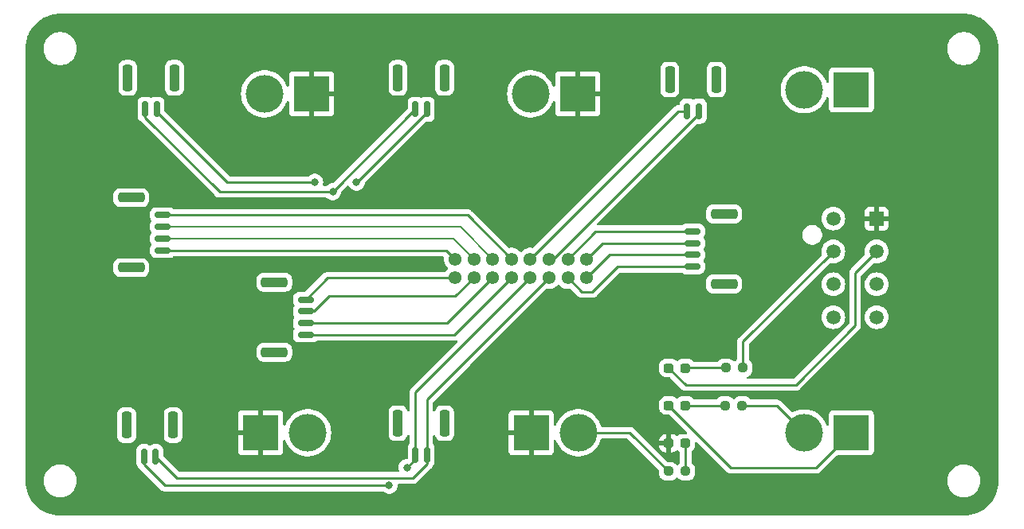
<source format=gtl>
G04 #@! TF.GenerationSoftware,KiCad,Pcbnew,8.0.4*
G04 #@! TF.CreationDate,2025-03-20T14:50:27-05:00*
G04 #@! TF.ProjectId,Turret,54757272-6574-42e6-9b69-6361645f7063,rev?*
G04 #@! TF.SameCoordinates,Original*
G04 #@! TF.FileFunction,Copper,L1,Top*
G04 #@! TF.FilePolarity,Positive*
%FSLAX46Y46*%
G04 Gerber Fmt 4.6, Leading zero omitted, Abs format (unit mm)*
G04 Created by KiCad (PCBNEW 8.0.4) date 2025-03-20 14:50:27*
%MOMM*%
%LPD*%
G01*
G04 APERTURE LIST*
G04 Aperture macros list*
%AMRoundRect*
0 Rectangle with rounded corners*
0 $1 Rounding radius*
0 $2 $3 $4 $5 $6 $7 $8 $9 X,Y pos of 4 corners*
0 Add a 4 corners polygon primitive as box body*
4,1,4,$2,$3,$4,$5,$6,$7,$8,$9,$2,$3,0*
0 Add four circle primitives for the rounded corners*
1,1,$1+$1,$2,$3*
1,1,$1+$1,$4,$5*
1,1,$1+$1,$6,$7*
1,1,$1+$1,$8,$9*
0 Add four rect primitives between the rounded corners*
20,1,$1+$1,$2,$3,$4,$5,0*
20,1,$1+$1,$4,$5,$6,$7,0*
20,1,$1+$1,$6,$7,$8,$9,0*
20,1,$1+$1,$8,$9,$2,$3,0*%
G04 Aperture macros list end*
G04 #@! TA.AperFunction,SMDPad,CuDef*
%ADD10RoundRect,0.150000X-0.150000X-0.700000X0.150000X-0.700000X0.150000X0.700000X-0.150000X0.700000X0*%
G04 #@! TD*
G04 #@! TA.AperFunction,SMDPad,CuDef*
%ADD11RoundRect,0.250000X-0.250000X-1.150000X0.250000X-1.150000X0.250000X1.150000X-0.250000X1.150000X0*%
G04 #@! TD*
G04 #@! TA.AperFunction,ComponentPad*
%ADD12R,1.520000X1.520000*%
G04 #@! TD*
G04 #@! TA.AperFunction,ComponentPad*
%ADD13C,1.520000*%
G04 #@! TD*
G04 #@! TA.AperFunction,SMDPad,CuDef*
%ADD14RoundRect,0.237500X-0.287500X-0.237500X0.287500X-0.237500X0.287500X0.237500X-0.287500X0.237500X0*%
G04 #@! TD*
G04 #@! TA.AperFunction,ComponentPad*
%ADD15R,3.800000X3.800000*%
G04 #@! TD*
G04 #@! TA.AperFunction,ComponentPad*
%ADD16C,4.000000*%
G04 #@! TD*
G04 #@! TA.AperFunction,SMDPad,CuDef*
%ADD17RoundRect,0.150000X-0.700000X0.150000X-0.700000X-0.150000X0.700000X-0.150000X0.700000X0.150000X0*%
G04 #@! TD*
G04 #@! TA.AperFunction,SMDPad,CuDef*
%ADD18RoundRect,0.250000X-1.150000X0.250000X-1.150000X-0.250000X1.150000X-0.250000X1.150000X0.250000X0*%
G04 #@! TD*
G04 #@! TA.AperFunction,SMDPad,CuDef*
%ADD19RoundRect,0.150000X0.700000X-0.150000X0.700000X0.150000X-0.700000X0.150000X-0.700000X-0.150000X0*%
G04 #@! TD*
G04 #@! TA.AperFunction,SMDPad,CuDef*
%ADD20RoundRect,0.250000X1.150000X-0.250000X1.150000X0.250000X-1.150000X0.250000X-1.150000X-0.250000X0*%
G04 #@! TD*
G04 #@! TA.AperFunction,SMDPad,CuDef*
%ADD21RoundRect,0.237500X0.250000X0.237500X-0.250000X0.237500X-0.250000X-0.237500X0.250000X-0.237500X0*%
G04 #@! TD*
G04 #@! TA.AperFunction,SMDPad,CuDef*
%ADD22RoundRect,0.237500X-0.250000X-0.237500X0.250000X-0.237500X0.250000X0.237500X-0.250000X0.237500X0*%
G04 #@! TD*
G04 #@! TA.AperFunction,ComponentPad*
%ADD23C,1.381000*%
G04 #@! TD*
G04 #@! TA.AperFunction,ViaPad*
%ADD24C,0.800000*%
G04 #@! TD*
G04 #@! TA.AperFunction,Conductor*
%ADD25C,0.250000*%
G04 #@! TD*
G04 #@! TA.AperFunction,Conductor*
%ADD26C,0.200000*%
G04 #@! TD*
G04 APERTURE END LIST*
D10*
X82189000Y-81328000D03*
X83439000Y-81328000D03*
D11*
X80339000Y-77978000D03*
X85289000Y-77978000D03*
D12*
X131200000Y-56200001D03*
D13*
X131200000Y-59700001D03*
X131200000Y-63200001D03*
X131200000Y-66700001D03*
X126600000Y-56200001D03*
X126600000Y-59700001D03*
X126600000Y-63200001D03*
X126600000Y-66700001D03*
D14*
X109125001Y-80100000D03*
X110874999Y-80100000D03*
D10*
X111073000Y-44752000D03*
X112323000Y-44752000D03*
D11*
X109223000Y-41402000D03*
X114173000Y-41402000D03*
D14*
X109125001Y-72100000D03*
X110874999Y-72100000D03*
D15*
X71167000Y-42926000D03*
D16*
X66167000Y-42926000D03*
D17*
X111633000Y-57561000D03*
X111633000Y-58811000D03*
X111633000Y-60061000D03*
X111633000Y-61311000D03*
D18*
X114983000Y-55711000D03*
X114983000Y-63161000D03*
D10*
X53487000Y-44577000D03*
X54737000Y-44577000D03*
D11*
X51637000Y-41227000D03*
X56587000Y-41227000D03*
D14*
X109125001Y-76100000D03*
X110874999Y-76100000D03*
D10*
X53360000Y-81534000D03*
X54610000Y-81534000D03*
D11*
X51510000Y-78184000D03*
X56460000Y-78184000D03*
D15*
X128500000Y-42500000D03*
D16*
X123500000Y-42500000D03*
D19*
X55350000Y-59575000D03*
X55350000Y-58325000D03*
X55350000Y-57075000D03*
X55350000Y-55825000D03*
D20*
X52000000Y-61425000D03*
X52000000Y-53975000D03*
D21*
X116912500Y-76100000D03*
X115087500Y-76100000D03*
D15*
X99441000Y-42926000D03*
D16*
X94441000Y-42926000D03*
D22*
X109087500Y-83100000D03*
X110912500Y-83100000D03*
D15*
X128500000Y-79000000D03*
D16*
X123500000Y-79000000D03*
D15*
X65750000Y-78994000D03*
D16*
X70750000Y-78994000D03*
D15*
X94500000Y-78994000D03*
D16*
X99500000Y-78994000D03*
D21*
X117000000Y-72080000D03*
X115175000Y-72080000D03*
D10*
X82189000Y-44577000D03*
X83439000Y-44577000D03*
D11*
X80339000Y-41227000D03*
X85289000Y-41227000D03*
D23*
X86400000Y-60500000D03*
X86400000Y-62500000D03*
X88400000Y-60500000D03*
X88400000Y-62500000D03*
X90400000Y-60500000D03*
X90400000Y-62500000D03*
X92400000Y-60500000D03*
X92400000Y-62500000D03*
X94400000Y-60500000D03*
X94400000Y-62500000D03*
X96400000Y-60500000D03*
X96400000Y-62500000D03*
X98400000Y-60500000D03*
X98400000Y-62500000D03*
X100400000Y-60500000D03*
X100400000Y-62500000D03*
D19*
X70550000Y-68575000D03*
X70550000Y-67325000D03*
X70550000Y-66075000D03*
X70550000Y-64825000D03*
D20*
X67200000Y-70425000D03*
X67200000Y-62975000D03*
D24*
X71500000Y-52324000D03*
X75946000Y-52324000D03*
X73426000Y-53340000D03*
X81300000Y-82700000D03*
X79400000Y-84600004D03*
D25*
X83439000Y-44852908D02*
X83439000Y-44577000D01*
X54610000Y-81534000D02*
X56876000Y-83800000D01*
X56876000Y-83800000D02*
X81935000Y-83800000D01*
X81935000Y-83800000D02*
X83439000Y-82296000D01*
X83439000Y-75461000D02*
X96400000Y-62500000D01*
X83439000Y-81328000D02*
X83439000Y-75461000D01*
X75967908Y-52324000D02*
X83439000Y-44852908D01*
X62230000Y-52324000D02*
X71500000Y-52324000D01*
X83491000Y-44779000D02*
X83491000Y-44498000D01*
X83439000Y-44548200D02*
X83447200Y-44540000D01*
X83439000Y-82296000D02*
X83439000Y-81328000D01*
X54590000Y-44540000D02*
X54590000Y-44684000D01*
X54590000Y-44684000D02*
X62230000Y-52324000D01*
X75946000Y-52324000D02*
X75967908Y-52324000D01*
X53487000Y-45426999D02*
X61400001Y-53340000D01*
X82189000Y-81328000D02*
X82189000Y-81811000D01*
X61400001Y-53340000D02*
X73426000Y-53340000D01*
X53487000Y-44577000D02*
X53487000Y-45426999D01*
X82189000Y-81811000D02*
X81300000Y-82700000D01*
X53360000Y-81534000D02*
X53360000Y-82383999D01*
X53360000Y-82383999D02*
X55576005Y-84600004D01*
X53340000Y-81327000D02*
X53340000Y-81840000D01*
X55576005Y-84600004D02*
X79400000Y-84600004D01*
X82189000Y-44577000D02*
X73426000Y-53340000D01*
X82189000Y-74711000D02*
X82189000Y-81328000D01*
X94400000Y-62500000D02*
X82189000Y-74711000D01*
X70550000Y-67325000D02*
X85575000Y-67325000D01*
X85575000Y-67325000D02*
X90400000Y-62500000D01*
X73003999Y-64471000D02*
X71399999Y-66075000D01*
X88400000Y-62500000D02*
X86429000Y-64471000D01*
X86429000Y-64471000D02*
X73003999Y-64471000D01*
X71399999Y-66075000D02*
X70550000Y-66075000D01*
X109125001Y-76100000D02*
X109125001Y-76125001D01*
X115700000Y-82700000D02*
X124800000Y-82700000D01*
X124800000Y-82700000D02*
X128500000Y-79000000D01*
X109125001Y-76125001D02*
X115700000Y-82700000D01*
X99500000Y-78994000D02*
X104981500Y-78994000D01*
X104981500Y-78994000D02*
X109087500Y-83100000D01*
X117000000Y-69300001D02*
X126600000Y-59700001D01*
X117000000Y-72080000D02*
X117000000Y-69300001D01*
X116912500Y-76100000D02*
X120600000Y-76100000D01*
X120600000Y-76100000D02*
X123500000Y-79000000D01*
X55350000Y-55825000D02*
X87725000Y-55825000D01*
X87725000Y-55825000D02*
X92400000Y-60500000D01*
X109125001Y-72100000D02*
X110925001Y-73900000D01*
X128900000Y-67600000D02*
X128900000Y-62000001D01*
X110925001Y-73900000D02*
X122600000Y-73900000D01*
X128900000Y-62000001D02*
X131200000Y-59700001D01*
X122600000Y-73900000D02*
X128900000Y-67600000D01*
X86325000Y-68575000D02*
X92400000Y-62500000D01*
X70550000Y-68575000D02*
X86325000Y-68575000D01*
X72875000Y-62500000D02*
X70550000Y-64825000D01*
X86400000Y-62500000D02*
X72875000Y-62500000D01*
X101339000Y-57561000D02*
X98400000Y-60500000D01*
X111633000Y-57561000D02*
X101339000Y-57561000D01*
X111633000Y-61311000D02*
X103689000Y-61311000D01*
X99900000Y-64000000D02*
X98400000Y-62500000D01*
X101000000Y-64000000D02*
X99900000Y-64000000D01*
X103689000Y-61311000D02*
X101000000Y-64000000D01*
X110148000Y-44752000D02*
X111073000Y-44752000D01*
X94400000Y-60500000D02*
X110148000Y-44752000D01*
X110998000Y-44596400D02*
X111054400Y-44540000D01*
X96850908Y-60500000D02*
X96400000Y-60500000D01*
X112323000Y-45027908D02*
X96850908Y-60500000D01*
X112323000Y-44752000D02*
X112323000Y-45027908D01*
X85475000Y-59575000D02*
X86400000Y-60500000D01*
X55350000Y-59575000D02*
X85475000Y-59575000D01*
X102089000Y-58811000D02*
X100400000Y-60500000D01*
X111633000Y-58967000D02*
X111600000Y-59000000D01*
X111633000Y-58811000D02*
X111633000Y-58967000D01*
X111633000Y-58811000D02*
X102089000Y-58811000D01*
X111633000Y-60061000D02*
X102839000Y-60061000D01*
X102839000Y-60061000D02*
X100400000Y-62500000D01*
X110912500Y-80137501D02*
X110874999Y-80100000D01*
X110912500Y-83100000D02*
X110912500Y-80137501D01*
X110894999Y-72080000D02*
X110874999Y-72100000D01*
X115175000Y-72080000D02*
X110894999Y-72080000D01*
X110874999Y-76100000D02*
X115087500Y-76100000D01*
D26*
X55350000Y-58325000D02*
X86225000Y-58325000D01*
X86225000Y-58325000D02*
X88400000Y-60500000D01*
X86975000Y-57075000D02*
X90400000Y-60500000D01*
X55350000Y-57075000D02*
X86975000Y-57075000D01*
G04 #@! TA.AperFunction,Conductor*
G36*
X140453032Y-34400648D02*
G01*
X140806532Y-34418015D01*
X140818640Y-34419208D01*
X140927576Y-34435367D01*
X141165717Y-34470692D01*
X141177635Y-34473062D01*
X141518008Y-34558321D01*
X141529646Y-34561852D01*
X141859996Y-34680054D01*
X141871237Y-34684710D01*
X142096857Y-34791419D01*
X142188433Y-34834731D01*
X142199150Y-34840459D01*
X142500102Y-35020843D01*
X142510220Y-35027603D01*
X142792049Y-35236622D01*
X142801455Y-35244342D01*
X143061436Y-35479974D01*
X143070025Y-35488563D01*
X143231782Y-35667035D01*
X143305657Y-35748544D01*
X143313377Y-35757950D01*
X143522396Y-36039779D01*
X143529156Y-36049897D01*
X143706334Y-36345501D01*
X143709533Y-36350837D01*
X143715270Y-36361570D01*
X143865289Y-36678762D01*
X143869945Y-36690003D01*
X143988147Y-37020353D01*
X143991680Y-37031998D01*
X144076934Y-37372351D01*
X144079308Y-37384287D01*
X144130791Y-37731359D01*
X144131984Y-37743468D01*
X144149351Y-38096966D01*
X144149500Y-38103051D01*
X144149500Y-84096948D01*
X144149351Y-84103033D01*
X144131984Y-84456531D01*
X144130791Y-84468640D01*
X144079308Y-84815712D01*
X144076934Y-84827648D01*
X143991680Y-85168001D01*
X143988147Y-85179646D01*
X143869945Y-85509996D01*
X143865289Y-85521237D01*
X143715270Y-85838429D01*
X143709533Y-85849162D01*
X143529156Y-86150102D01*
X143522396Y-86160220D01*
X143313377Y-86442049D01*
X143305657Y-86451455D01*
X143070033Y-86711428D01*
X143061428Y-86720033D01*
X142801455Y-86955657D01*
X142792049Y-86963377D01*
X142510220Y-87172396D01*
X142500102Y-87179156D01*
X142199162Y-87359533D01*
X142188429Y-87365270D01*
X141871237Y-87515289D01*
X141859996Y-87519945D01*
X141529646Y-87638147D01*
X141518001Y-87641680D01*
X141177648Y-87726934D01*
X141165712Y-87729308D01*
X140818640Y-87780791D01*
X140806531Y-87781984D01*
X140473016Y-87798369D01*
X140453031Y-87799351D01*
X140446949Y-87799500D01*
X44453051Y-87799500D01*
X44446968Y-87799351D01*
X44425811Y-87798311D01*
X44093468Y-87781984D01*
X44081359Y-87780791D01*
X43734287Y-87729308D01*
X43722351Y-87726934D01*
X43381998Y-87641680D01*
X43370353Y-87638147D01*
X43040003Y-87519945D01*
X43028762Y-87515289D01*
X42711570Y-87365270D01*
X42700842Y-87359535D01*
X42399897Y-87179156D01*
X42389779Y-87172396D01*
X42107950Y-86963377D01*
X42098544Y-86955657D01*
X41982295Y-86850296D01*
X41838563Y-86720025D01*
X41829974Y-86711436D01*
X41594342Y-86451455D01*
X41586622Y-86442049D01*
X41377603Y-86160220D01*
X41370843Y-86150102D01*
X41190459Y-85849150D01*
X41184729Y-85838429D01*
X41034710Y-85521237D01*
X41030054Y-85509996D01*
X40911852Y-85179646D01*
X40908319Y-85168001D01*
X40904890Y-85154311D01*
X40823062Y-84827635D01*
X40820691Y-84815712D01*
X40816619Y-84788263D01*
X40769208Y-84468640D01*
X40768015Y-84456530D01*
X40767351Y-84443022D01*
X40750649Y-84103032D01*
X40750500Y-84096948D01*
X40750500Y-83985010D01*
X42695500Y-83985010D01*
X42695500Y-84214989D01*
X42695501Y-84215005D01*
X42725518Y-84443009D01*
X42725519Y-84443014D01*
X42725520Y-84443020D01*
X42785046Y-84665175D01*
X42785049Y-84665185D01*
X42873057Y-84877654D01*
X42873061Y-84877664D01*
X42988055Y-85076839D01*
X43128064Y-85259303D01*
X43128070Y-85259310D01*
X43290689Y-85421929D01*
X43290696Y-85421935D01*
X43473160Y-85561944D01*
X43672335Y-85676938D01*
X43672336Y-85676938D01*
X43672339Y-85676940D01*
X43884824Y-85764954D01*
X44106980Y-85824480D01*
X44335004Y-85854500D01*
X44335011Y-85854500D01*
X44564989Y-85854500D01*
X44564996Y-85854500D01*
X44793020Y-85824480D01*
X45015176Y-85764954D01*
X45227661Y-85676940D01*
X45426840Y-85561944D01*
X45609305Y-85421934D01*
X45771934Y-85259305D01*
X45911944Y-85076840D01*
X46026940Y-84877661D01*
X46114954Y-84665176D01*
X46174480Y-84443020D01*
X46204500Y-84214996D01*
X46204500Y-83985004D01*
X46174480Y-83756980D01*
X46114954Y-83534824D01*
X46026940Y-83322339D01*
X46014887Y-83301463D01*
X45911944Y-83123160D01*
X45771935Y-82940696D01*
X45771929Y-82940689D01*
X45609310Y-82778070D01*
X45609303Y-82778064D01*
X45426839Y-82638055D01*
X45227664Y-82523061D01*
X45227654Y-82523057D01*
X45015185Y-82435049D01*
X45015178Y-82435047D01*
X45015176Y-82435046D01*
X44793020Y-82375520D01*
X44793014Y-82375519D01*
X44793009Y-82375518D01*
X44565005Y-82345501D01*
X44565002Y-82345500D01*
X44564996Y-82345500D01*
X44335004Y-82345500D01*
X44334998Y-82345500D01*
X44334994Y-82345501D01*
X44106990Y-82375518D01*
X44106983Y-82375519D01*
X44106980Y-82375520D01*
X44009461Y-82401650D01*
X43884824Y-82435046D01*
X43884814Y-82435049D01*
X43672345Y-82523057D01*
X43672335Y-82523061D01*
X43473160Y-82638055D01*
X43290696Y-82778064D01*
X43290689Y-82778070D01*
X43128070Y-82940689D01*
X43128064Y-82940696D01*
X42988055Y-83123160D01*
X42873061Y-83322335D01*
X42873057Y-83322345D01*
X42785049Y-83534814D01*
X42785046Y-83534824D01*
X42725521Y-83756977D01*
X42725518Y-83756990D01*
X42695501Y-83984994D01*
X42695500Y-83985010D01*
X40750500Y-83985010D01*
X40750500Y-80768298D01*
X52559500Y-80768298D01*
X52559500Y-82299701D01*
X52562401Y-82336567D01*
X52562402Y-82336573D01*
X52608254Y-82494393D01*
X52608255Y-82494396D01*
X52691917Y-82635862D01*
X52691923Y-82635870D01*
X52808129Y-82752076D01*
X52808135Y-82752081D01*
X52881182Y-82795280D01*
X52905740Y-82814330D01*
X52968332Y-82876922D01*
X52968337Y-82876926D01*
X55090146Y-84998736D01*
X55090147Y-84998737D01*
X55168249Y-85076839D01*
X55177273Y-85085863D01*
X55279712Y-85154311D01*
X55279718Y-85154314D01*
X55279719Y-85154315D01*
X55393553Y-85201467D01*
X55453976Y-85213485D01*
X55514398Y-85225504D01*
X55514399Y-85225504D01*
X78696252Y-85225504D01*
X78763291Y-85245189D01*
X78788400Y-85266530D01*
X78794126Y-85272889D01*
X78794130Y-85272893D01*
X78947265Y-85384152D01*
X78947270Y-85384155D01*
X79120192Y-85461146D01*
X79120197Y-85461148D01*
X79305354Y-85500504D01*
X79305355Y-85500504D01*
X79494644Y-85500504D01*
X79494646Y-85500504D01*
X79679803Y-85461148D01*
X79852730Y-85384155D01*
X80005871Y-85272892D01*
X80132533Y-85132220D01*
X80227179Y-84968288D01*
X80285674Y-84788260D01*
X80305460Y-84600004D01*
X80301514Y-84562460D01*
X80314084Y-84493731D01*
X80361816Y-84442708D01*
X80424835Y-84425500D01*
X81996608Y-84425500D01*
X81996608Y-84425499D01*
X82065744Y-84411748D01*
X82065745Y-84411748D01*
X82083298Y-84408256D01*
X82117452Y-84401463D01*
X82150792Y-84387652D01*
X82231286Y-84354312D01*
X82282509Y-84320084D01*
X82333733Y-84285858D01*
X82420858Y-84198733D01*
X82420859Y-84198731D01*
X82427925Y-84191665D01*
X82427928Y-84191661D01*
X83837729Y-82781860D01*
X83837733Y-82781858D01*
X83924858Y-82694733D01*
X83993311Y-82592286D01*
X84018274Y-82532018D01*
X84045149Y-82491795D01*
X84107081Y-82429865D01*
X84190744Y-82288398D01*
X84236598Y-82130569D01*
X84239500Y-82093694D01*
X84239500Y-80562306D01*
X84236598Y-80525431D01*
X84225651Y-80487753D01*
X84196286Y-80386677D01*
X84190744Y-80367602D01*
X84107081Y-80226135D01*
X84107079Y-80226133D01*
X84107076Y-80226129D01*
X84100819Y-80219872D01*
X84067334Y-80158549D01*
X84064500Y-80132191D01*
X84064500Y-79341544D01*
X84084185Y-79274505D01*
X84136989Y-79228750D01*
X84206147Y-79218806D01*
X84269703Y-79247831D01*
X84306205Y-79302539D01*
X84354186Y-79447334D01*
X84446288Y-79596656D01*
X84570344Y-79720712D01*
X84719666Y-79812814D01*
X84886203Y-79867999D01*
X84988991Y-79878500D01*
X85589008Y-79878499D01*
X85589016Y-79878498D01*
X85589019Y-79878498D01*
X85645302Y-79872748D01*
X85691797Y-79867999D01*
X85858334Y-79812814D01*
X86007656Y-79720712D01*
X86131712Y-79596656D01*
X86223814Y-79447334D01*
X86278999Y-79280797D01*
X86289500Y-79178009D01*
X86289499Y-77046155D01*
X92100000Y-77046155D01*
X92100000Y-78744000D01*
X93172769Y-78744000D01*
X93150000Y-78887753D01*
X93150000Y-79100247D01*
X93172769Y-79244000D01*
X92100000Y-79244000D01*
X92100000Y-80941844D01*
X92106401Y-81001372D01*
X92106403Y-81001379D01*
X92156645Y-81136086D01*
X92156649Y-81136093D01*
X92242809Y-81251187D01*
X92242812Y-81251190D01*
X92357906Y-81337350D01*
X92357913Y-81337354D01*
X92492620Y-81387596D01*
X92492627Y-81387598D01*
X92552155Y-81393999D01*
X92552172Y-81394000D01*
X94250000Y-81394000D01*
X94250000Y-80321231D01*
X94393753Y-80344000D01*
X94606247Y-80344000D01*
X94750000Y-80321231D01*
X94750000Y-81394000D01*
X96447828Y-81394000D01*
X96447844Y-81393999D01*
X96507372Y-81387598D01*
X96507379Y-81387596D01*
X96642086Y-81337354D01*
X96642093Y-81337350D01*
X96757187Y-81251190D01*
X96757190Y-81251187D01*
X96843350Y-81136093D01*
X96843354Y-81136086D01*
X96893596Y-81001379D01*
X96893598Y-81001372D01*
X96899999Y-80941844D01*
X96900000Y-80941827D01*
X96900000Y-79866716D01*
X96919685Y-79799677D01*
X96972489Y-79753922D01*
X97041647Y-79743978D01*
X97105203Y-79773003D01*
X97141931Y-79828398D01*
X97170497Y-79916316D01*
X97170499Y-79916321D01*
X97304461Y-80201003D01*
X97304464Y-80201009D01*
X97473051Y-80466661D01*
X97473054Y-80466665D01*
X97673606Y-80709090D01*
X97673608Y-80709092D01*
X97673610Y-80709094D01*
X97898564Y-80920340D01*
X97902968Y-80924476D01*
X97902978Y-80924484D01*
X98157504Y-81109408D01*
X98157509Y-81109410D01*
X98157516Y-81109416D01*
X98433234Y-81260994D01*
X98433239Y-81260996D01*
X98433241Y-81260997D01*
X98433242Y-81260998D01*
X98725771Y-81376818D01*
X98725774Y-81376819D01*
X99010446Y-81449910D01*
X99030527Y-81455066D01*
X99096010Y-81463338D01*
X99342670Y-81494499D01*
X99342679Y-81494499D01*
X99342682Y-81494500D01*
X99342684Y-81494500D01*
X99657316Y-81494500D01*
X99657318Y-81494500D01*
X99657321Y-81494499D01*
X99657329Y-81494499D01*
X99843593Y-81470968D01*
X99969473Y-81455066D01*
X100274225Y-81376819D01*
X100274228Y-81376818D01*
X100566757Y-81260998D01*
X100566758Y-81260997D01*
X100566756Y-81260997D01*
X100566766Y-81260994D01*
X100842484Y-81109416D01*
X101097030Y-80924478D01*
X101326390Y-80709094D01*
X101526947Y-80466663D01*
X101695537Y-80201007D01*
X101829503Y-79916315D01*
X101898104Y-79705181D01*
X101937541Y-79647507D01*
X102001900Y-79620308D01*
X102016035Y-79619500D01*
X104671048Y-79619500D01*
X104738087Y-79639185D01*
X104758729Y-79655819D01*
X108063181Y-82960271D01*
X108096666Y-83021594D01*
X108099500Y-83047952D01*
X108099500Y-83386668D01*
X108099501Y-83386687D01*
X108109825Y-83487752D01*
X108164092Y-83651515D01*
X108164093Y-83651518D01*
X108198395Y-83707129D01*
X108254660Y-83798350D01*
X108376650Y-83920340D01*
X108523484Y-84010908D01*
X108687247Y-84065174D01*
X108788323Y-84075500D01*
X109386676Y-84075499D01*
X109386684Y-84075498D01*
X109386687Y-84075498D01*
X109442030Y-84069844D01*
X109487753Y-84065174D01*
X109651516Y-84010908D01*
X109798350Y-83920340D01*
X109912319Y-83806371D01*
X109973642Y-83772886D01*
X110043334Y-83777870D01*
X110087681Y-83806371D01*
X110201650Y-83920340D01*
X110348484Y-84010908D01*
X110512247Y-84065174D01*
X110613323Y-84075500D01*
X111211676Y-84075499D01*
X111211684Y-84075498D01*
X111211687Y-84075498D01*
X111267030Y-84069844D01*
X111312753Y-84065174D01*
X111476516Y-84010908D01*
X111518503Y-83985010D01*
X138695500Y-83985010D01*
X138695500Y-84214989D01*
X138695501Y-84215005D01*
X138725518Y-84443009D01*
X138725519Y-84443014D01*
X138725520Y-84443020D01*
X138785046Y-84665175D01*
X138785049Y-84665185D01*
X138873057Y-84877654D01*
X138873061Y-84877664D01*
X138988055Y-85076839D01*
X139128064Y-85259303D01*
X139128070Y-85259310D01*
X139290689Y-85421929D01*
X139290696Y-85421935D01*
X139473160Y-85561944D01*
X139672335Y-85676938D01*
X139672336Y-85676938D01*
X139672339Y-85676940D01*
X139884824Y-85764954D01*
X140106980Y-85824480D01*
X140335004Y-85854500D01*
X140335011Y-85854500D01*
X140564989Y-85854500D01*
X140564996Y-85854500D01*
X140793020Y-85824480D01*
X141015176Y-85764954D01*
X141227661Y-85676940D01*
X141426840Y-85561944D01*
X141609305Y-85421934D01*
X141771934Y-85259305D01*
X141911944Y-85076840D01*
X142026940Y-84877661D01*
X142114954Y-84665176D01*
X142174480Y-84443020D01*
X142204500Y-84214996D01*
X142204500Y-83985004D01*
X142174480Y-83756980D01*
X142114954Y-83534824D01*
X142026940Y-83322339D01*
X142014887Y-83301463D01*
X141911944Y-83123160D01*
X141771935Y-82940696D01*
X141771929Y-82940689D01*
X141609310Y-82778070D01*
X141609303Y-82778064D01*
X141426839Y-82638055D01*
X141227664Y-82523061D01*
X141227654Y-82523057D01*
X141015185Y-82435049D01*
X141015178Y-82435047D01*
X141015176Y-82435046D01*
X140793020Y-82375520D01*
X140793014Y-82375519D01*
X140793009Y-82375518D01*
X140565005Y-82345501D01*
X140565002Y-82345500D01*
X140564996Y-82345500D01*
X140335004Y-82345500D01*
X140334998Y-82345500D01*
X140334994Y-82345501D01*
X140106990Y-82375518D01*
X140106983Y-82375519D01*
X140106980Y-82375520D01*
X140009461Y-82401650D01*
X139884824Y-82435046D01*
X139884814Y-82435049D01*
X139672345Y-82523057D01*
X139672335Y-82523061D01*
X139473160Y-82638055D01*
X139290696Y-82778064D01*
X139290689Y-82778070D01*
X139128070Y-82940689D01*
X139128064Y-82940696D01*
X138988055Y-83123160D01*
X138873061Y-83322335D01*
X138873057Y-83322345D01*
X138785049Y-83534814D01*
X138785046Y-83534824D01*
X138725521Y-83756977D01*
X138725518Y-83756990D01*
X138695501Y-83984994D01*
X138695500Y-83985010D01*
X111518503Y-83985010D01*
X111623350Y-83920340D01*
X111745340Y-83798350D01*
X111835908Y-83651516D01*
X111890174Y-83487753D01*
X111900500Y-83386677D01*
X111900499Y-82813324D01*
X111898006Y-82788923D01*
X111890174Y-82712247D01*
X111850424Y-82592291D01*
X111835908Y-82548484D01*
X111745340Y-82401650D01*
X111623350Y-82279660D01*
X111623347Y-82279657D01*
X111596901Y-82263345D01*
X111550178Y-82211397D01*
X111538000Y-82157808D01*
X111538000Y-81042189D01*
X111557685Y-80975150D01*
X111596900Y-80936653D01*
X111623349Y-80920340D01*
X111745339Y-80798350D01*
X111835907Y-80651516D01*
X111890173Y-80487753D01*
X111900499Y-80386677D01*
X111900498Y-80084448D01*
X111920182Y-80017411D01*
X111972986Y-79971656D01*
X112042145Y-79961712D01*
X112105700Y-79990737D01*
X112112179Y-79996769D01*
X115211016Y-83095606D01*
X115211045Y-83095637D01*
X115301263Y-83185855D01*
X115301266Y-83185857D01*
X115301267Y-83185858D01*
X115370647Y-83232216D01*
X115403715Y-83254312D01*
X115467504Y-83280734D01*
X115517548Y-83301463D01*
X115577971Y-83313481D01*
X115638393Y-83325500D01*
X124861607Y-83325500D01*
X124922029Y-83313481D01*
X124982452Y-83301463D01*
X124982455Y-83301461D01*
X124982458Y-83301461D01*
X125015787Y-83287654D01*
X125015786Y-83287654D01*
X125015792Y-83287652D01*
X125096286Y-83254312D01*
X125147509Y-83220084D01*
X125198733Y-83185858D01*
X125285858Y-83098733D01*
X125285859Y-83098731D01*
X125292925Y-83091665D01*
X125292928Y-83091661D01*
X126947771Y-81436818D01*
X127009094Y-81403333D01*
X127035452Y-81400499D01*
X130447871Y-81400499D01*
X130447872Y-81400499D01*
X130507483Y-81394091D01*
X130642331Y-81343796D01*
X130757546Y-81257546D01*
X130843796Y-81142331D01*
X130894091Y-81007483D01*
X130900500Y-80947873D01*
X130900499Y-77052128D01*
X130894091Y-76992517D01*
X130891894Y-76986627D01*
X130843797Y-76857671D01*
X130843793Y-76857664D01*
X130757547Y-76742455D01*
X130757544Y-76742452D01*
X130642335Y-76656206D01*
X130642328Y-76656202D01*
X130507482Y-76605908D01*
X130507483Y-76605908D01*
X130447883Y-76599501D01*
X130447881Y-76599500D01*
X130447873Y-76599500D01*
X130447864Y-76599500D01*
X126552129Y-76599500D01*
X126552123Y-76599501D01*
X126492516Y-76605908D01*
X126357671Y-76656202D01*
X126357664Y-76656206D01*
X126242455Y-76742452D01*
X126242452Y-76742455D01*
X126156206Y-76857664D01*
X126156202Y-76857671D01*
X126105908Y-76992517D01*
X126100142Y-77046155D01*
X126099501Y-77052123D01*
X126099500Y-77052135D01*
X126099500Y-78125744D01*
X126079815Y-78192783D01*
X126027011Y-78238538D01*
X125957853Y-78248482D01*
X125894297Y-78219457D01*
X125857569Y-78164062D01*
X125841476Y-78114534D01*
X125829503Y-78077685D01*
X125826676Y-78071678D01*
X125773695Y-77959087D01*
X125695537Y-77792993D01*
X125611575Y-77660689D01*
X125526948Y-77527338D01*
X125526945Y-77527334D01*
X125326393Y-77284909D01*
X125326391Y-77284907D01*
X125142071Y-77111818D01*
X125097030Y-77069522D01*
X125097027Y-77069520D01*
X125097021Y-77069515D01*
X124842495Y-76884591D01*
X124842488Y-76884586D01*
X124842484Y-76884584D01*
X124566766Y-76733006D01*
X124566763Y-76733004D01*
X124566758Y-76733002D01*
X124566757Y-76733001D01*
X124274228Y-76617181D01*
X124274225Y-76617180D01*
X123969476Y-76538934D01*
X123969463Y-76538932D01*
X123657329Y-76499500D01*
X123657318Y-76499500D01*
X123342682Y-76499500D01*
X123342670Y-76499500D01*
X123030536Y-76538932D01*
X123030523Y-76538934D01*
X122725774Y-76617180D01*
X122725771Y-76617181D01*
X122433243Y-76733001D01*
X122433240Y-76733002D01*
X122311149Y-76800122D01*
X122242918Y-76815169D01*
X122177385Y-76790938D01*
X122163731Y-76779141D01*
X121092928Y-75708338D01*
X121092925Y-75708334D01*
X121092925Y-75708335D01*
X121085858Y-75701268D01*
X121085858Y-75701267D01*
X120998733Y-75614142D01*
X120933701Y-75570689D01*
X120896285Y-75545687D01*
X120856039Y-75529017D01*
X120815792Y-75512347D01*
X120782453Y-75498537D01*
X120772427Y-75496543D01*
X120722029Y-75486518D01*
X120661610Y-75474500D01*
X120661607Y-75474500D01*
X120661606Y-75474500D01*
X117859481Y-75474500D01*
X117792442Y-75454815D01*
X117753942Y-75415596D01*
X117752908Y-75413920D01*
X117745340Y-75401650D01*
X117623350Y-75279660D01*
X117476516Y-75189092D01*
X117312753Y-75134826D01*
X117312751Y-75134825D01*
X117211678Y-75124500D01*
X116613330Y-75124500D01*
X116613312Y-75124501D01*
X116512247Y-75134825D01*
X116348484Y-75189092D01*
X116348481Y-75189093D01*
X116201648Y-75279661D01*
X116087681Y-75393629D01*
X116026358Y-75427114D01*
X115956666Y-75422130D01*
X115912319Y-75393629D01*
X115798351Y-75279661D01*
X115798350Y-75279660D01*
X115651516Y-75189092D01*
X115487753Y-75134826D01*
X115487751Y-75134825D01*
X115386678Y-75124500D01*
X114788330Y-75124500D01*
X114788312Y-75124501D01*
X114687247Y-75134825D01*
X114523484Y-75189092D01*
X114523481Y-75189093D01*
X114376648Y-75279661D01*
X114254660Y-75401649D01*
X114254659Y-75401651D01*
X114246058Y-75415596D01*
X114194110Y-75462321D01*
X114140519Y-75474500D01*
X111859480Y-75474500D01*
X111792441Y-75454815D01*
X111753941Y-75415596D01*
X111752907Y-75413920D01*
X111745339Y-75401650D01*
X111623349Y-75279660D01*
X111476515Y-75189092D01*
X111312752Y-75134826D01*
X111312750Y-75134825D01*
X111211677Y-75124500D01*
X110538329Y-75124500D01*
X110538311Y-75124501D01*
X110437246Y-75134825D01*
X110273483Y-75189092D01*
X110273480Y-75189093D01*
X110126647Y-75279661D01*
X110087680Y-75318628D01*
X110026357Y-75352113D01*
X109956665Y-75347127D01*
X109912320Y-75318628D01*
X109873352Y-75279661D01*
X109873351Y-75279660D01*
X109726517Y-75189092D01*
X109562754Y-75134826D01*
X109562752Y-75134825D01*
X109461679Y-75124500D01*
X108788331Y-75124500D01*
X108788313Y-75124501D01*
X108687248Y-75134825D01*
X108523485Y-75189092D01*
X108523482Y-75189093D01*
X108376649Y-75279661D01*
X108254662Y-75401648D01*
X108164094Y-75548481D01*
X108164093Y-75548484D01*
X108109827Y-75712247D01*
X108109827Y-75712248D01*
X108109826Y-75712248D01*
X108099501Y-75813315D01*
X108099501Y-76386669D01*
X108099502Y-76386687D01*
X108109826Y-76487752D01*
X108135538Y-76565344D01*
X108163804Y-76650645D01*
X108164093Y-76651515D01*
X108164094Y-76651518D01*
X108198396Y-76707129D01*
X108254661Y-76798350D01*
X108376651Y-76920340D01*
X108523485Y-77010908D01*
X108687248Y-77065174D01*
X108788324Y-77075500D01*
X109139547Y-77075499D01*
X109206586Y-77095183D01*
X109227228Y-77111818D01*
X111028229Y-78912819D01*
X111061714Y-78974142D01*
X111056730Y-79043834D01*
X111014858Y-79099767D01*
X110949394Y-79124184D01*
X110940548Y-79124500D01*
X110538329Y-79124500D01*
X110538311Y-79124501D01*
X110437246Y-79134825D01*
X110273483Y-79189092D01*
X110273480Y-79189093D01*
X110126647Y-79279661D01*
X110087326Y-79318982D01*
X110026003Y-79352467D01*
X109956311Y-79347481D01*
X109911965Y-79318981D01*
X109873039Y-79280055D01*
X109873035Y-79280052D01*
X109726312Y-79189551D01*
X109726301Y-79189546D01*
X109562653Y-79135319D01*
X109461655Y-79125000D01*
X109375001Y-79125000D01*
X109375001Y-81074999D01*
X109461641Y-81074999D01*
X109461655Y-81074998D01*
X109562653Y-81064680D01*
X109726301Y-81010453D01*
X109726312Y-81010448D01*
X109873035Y-80919947D01*
X109873038Y-80919945D01*
X109911964Y-80881019D01*
X109973287Y-80847533D01*
X110042978Y-80852517D01*
X110087327Y-80881018D01*
X110126649Y-80920340D01*
X110228098Y-80982914D01*
X110274821Y-81034861D01*
X110287000Y-81088452D01*
X110287000Y-82157808D01*
X110267315Y-82224847D01*
X110228099Y-82263345D01*
X110201652Y-82279657D01*
X110201649Y-82279660D01*
X110087681Y-82393629D01*
X110026358Y-82427114D01*
X109956666Y-82422130D01*
X109912319Y-82393629D01*
X109798351Y-82279661D01*
X109798350Y-82279660D01*
X109651516Y-82189092D01*
X109487753Y-82134826D01*
X109487751Y-82134825D01*
X109386684Y-82124500D01*
X109386677Y-82124500D01*
X109047952Y-82124500D01*
X108980913Y-82104815D01*
X108960271Y-82088181D01*
X107258744Y-80386654D01*
X108100002Y-80386654D01*
X108110320Y-80487652D01*
X108164547Y-80651300D01*
X108164552Y-80651311D01*
X108255053Y-80798034D01*
X108255056Y-80798038D01*
X108376962Y-80919944D01*
X108376966Y-80919947D01*
X108523689Y-81010448D01*
X108523700Y-81010453D01*
X108687348Y-81064680D01*
X108788352Y-81074999D01*
X108875001Y-81074998D01*
X108875001Y-80350000D01*
X108100002Y-80350000D01*
X108100002Y-80386654D01*
X107258744Y-80386654D01*
X106685435Y-79813345D01*
X108100001Y-79813345D01*
X108100001Y-79850000D01*
X108875001Y-79850000D01*
X108875001Y-79125000D01*
X108875000Y-79124999D01*
X108788361Y-79125000D01*
X108788344Y-79125001D01*
X108687348Y-79135319D01*
X108523700Y-79189546D01*
X108523689Y-79189551D01*
X108376966Y-79280052D01*
X108376962Y-79280055D01*
X108255056Y-79401961D01*
X108255053Y-79401965D01*
X108164552Y-79548688D01*
X108164547Y-79548699D01*
X108110320Y-79712347D01*
X108100001Y-79813345D01*
X106685435Y-79813345D01*
X105471698Y-78599608D01*
X105471678Y-78599586D01*
X105380233Y-78508141D01*
X105329009Y-78473915D01*
X105277786Y-78439688D01*
X105277783Y-78439686D01*
X105277782Y-78439686D01*
X105277781Y-78439685D01*
X105176900Y-78397900D01*
X105163955Y-78392538D01*
X105163945Y-78392535D01*
X105055278Y-78370920D01*
X105055277Y-78370920D01*
X105043111Y-78368500D01*
X105043107Y-78368500D01*
X105043106Y-78368500D01*
X102016035Y-78368500D01*
X101948996Y-78348815D01*
X101903241Y-78296011D01*
X101898104Y-78282818D01*
X101877517Y-78219457D01*
X101829503Y-78071685D01*
X101695537Y-77786993D01*
X101604791Y-77644000D01*
X101526948Y-77521338D01*
X101526945Y-77521334D01*
X101326393Y-77278909D01*
X101326391Y-77278907D01*
X101097031Y-77063523D01*
X101097021Y-77063515D01*
X100842495Y-76878591D01*
X100842488Y-76878586D01*
X100842484Y-76878584D01*
X100566766Y-76727006D01*
X100566763Y-76727004D01*
X100566758Y-76727002D01*
X100566757Y-76727001D01*
X100274228Y-76611181D01*
X100274225Y-76611180D01*
X99969476Y-76532934D01*
X99969463Y-76532932D01*
X99657329Y-76493500D01*
X99657318Y-76493500D01*
X99342682Y-76493500D01*
X99342670Y-76493500D01*
X99030536Y-76532932D01*
X99030523Y-76532934D01*
X98725774Y-76611180D01*
X98725771Y-76611181D01*
X98433242Y-76727001D01*
X98433241Y-76727002D01*
X98157516Y-76878584D01*
X98157504Y-76878591D01*
X97902978Y-77063515D01*
X97902968Y-77063523D01*
X97673608Y-77278907D01*
X97673606Y-77278909D01*
X97473054Y-77521334D01*
X97473051Y-77521338D01*
X97304464Y-77786990D01*
X97304461Y-77786996D01*
X97170499Y-78071678D01*
X97170497Y-78071683D01*
X97141931Y-78159601D01*
X97102493Y-78217277D01*
X97038135Y-78244475D01*
X96969288Y-78232560D01*
X96917813Y-78185316D01*
X96900000Y-78121283D01*
X96900000Y-77046172D01*
X96899999Y-77046155D01*
X96893598Y-76986627D01*
X96893596Y-76986620D01*
X96843354Y-76851913D01*
X96843350Y-76851906D01*
X96757190Y-76736812D01*
X96757187Y-76736809D01*
X96642093Y-76650649D01*
X96642086Y-76650645D01*
X96507379Y-76600403D01*
X96507372Y-76600401D01*
X96447844Y-76594000D01*
X94750000Y-76594000D01*
X94750000Y-77666768D01*
X94606247Y-77644000D01*
X94393753Y-77644000D01*
X94250000Y-77666768D01*
X94250000Y-76594000D01*
X92552155Y-76594000D01*
X92492627Y-76600401D01*
X92492620Y-76600403D01*
X92357913Y-76650645D01*
X92357906Y-76650649D01*
X92242812Y-76736809D01*
X92242809Y-76736812D01*
X92156649Y-76851906D01*
X92156645Y-76851913D01*
X92106403Y-76986620D01*
X92106401Y-76986627D01*
X92100000Y-77046155D01*
X86289499Y-77046155D01*
X86289499Y-76777992D01*
X86288977Y-76772886D01*
X86278999Y-76675203D01*
X86278998Y-76675200D01*
X86271794Y-76653459D01*
X86223814Y-76508666D01*
X86131712Y-76359344D01*
X86007656Y-76235288D01*
X85858334Y-76143186D01*
X85691797Y-76088001D01*
X85691795Y-76088000D01*
X85589010Y-76077500D01*
X84988998Y-76077500D01*
X84988980Y-76077501D01*
X84886203Y-76088000D01*
X84886200Y-76088001D01*
X84719668Y-76143185D01*
X84719663Y-76143187D01*
X84570342Y-76235289D01*
X84446289Y-76359342D01*
X84354187Y-76508663D01*
X84354185Y-76508668D01*
X84324086Y-76599501D01*
X84306850Y-76651518D01*
X84306206Y-76653460D01*
X84266433Y-76710905D01*
X84201917Y-76737728D01*
X84133141Y-76725413D01*
X84081942Y-76677870D01*
X84064500Y-76614456D01*
X84064500Y-75771451D01*
X84084185Y-75704412D01*
X84100814Y-75683775D01*
X87971274Y-71813315D01*
X108099501Y-71813315D01*
X108099501Y-72386669D01*
X108099502Y-72386687D01*
X108109826Y-72487752D01*
X108146110Y-72597249D01*
X108164093Y-72651516D01*
X108254661Y-72798350D01*
X108376651Y-72920340D01*
X108523485Y-73010908D01*
X108687248Y-73065174D01*
X108788324Y-73075500D01*
X109164548Y-73075499D01*
X109231587Y-73095183D01*
X109252229Y-73111818D01*
X110526263Y-74385854D01*
X110526266Y-74385857D01*
X110594412Y-74431390D01*
X110628715Y-74454311D01*
X110628716Y-74454311D01*
X110628717Y-74454312D01*
X110654503Y-74464993D01*
X110742549Y-74501463D01*
X110863389Y-74525499D01*
X110863393Y-74525500D01*
X110863394Y-74525500D01*
X122661607Y-74525500D01*
X122722029Y-74513481D01*
X122782452Y-74501463D01*
X122782455Y-74501461D01*
X122782458Y-74501461D01*
X122815787Y-74487654D01*
X122815786Y-74487654D01*
X122815792Y-74487652D01*
X122896286Y-74454312D01*
X122955547Y-74414714D01*
X122998733Y-74385858D01*
X123085858Y-74298733D01*
X123085858Y-74298731D01*
X123096066Y-74288524D01*
X123096067Y-74288521D01*
X129385857Y-67998734D01*
X129389635Y-67993081D01*
X129454311Y-67896286D01*
X129501463Y-67782452D01*
X129513143Y-67723733D01*
X129525500Y-67661607D01*
X129525500Y-67538394D01*
X129525500Y-66699999D01*
X129934685Y-66699999D01*
X129934685Y-66700002D01*
X129953907Y-66919715D01*
X129953909Y-66919725D01*
X130010990Y-67132756D01*
X130010995Y-67132770D01*
X130104203Y-67332655D01*
X130104207Y-67332663D01*
X130230712Y-67513331D01*
X130386669Y-67669288D01*
X130567337Y-67795793D01*
X130567339Y-67795794D01*
X130567342Y-67795796D01*
X130599643Y-67810858D01*
X130767230Y-67889005D01*
X130767232Y-67889005D01*
X130767237Y-67889008D01*
X130980280Y-67946093D01*
X131137222Y-67959823D01*
X131199998Y-67965316D01*
X131200000Y-67965316D01*
X131200002Y-67965316D01*
X131254930Y-67960510D01*
X131419720Y-67946093D01*
X131632763Y-67889008D01*
X131832658Y-67795796D01*
X132013329Y-67669289D01*
X132169288Y-67513330D01*
X132295795Y-67332659D01*
X132389007Y-67132764D01*
X132446092Y-66919721D01*
X132465315Y-66700001D01*
X132446092Y-66480281D01*
X132389007Y-66267238D01*
X132295795Y-66067344D01*
X132169288Y-65886672D01*
X132169286Y-65886669D01*
X132013330Y-65730713D01*
X131832662Y-65604208D01*
X131832654Y-65604204D01*
X131632769Y-65510996D01*
X131632755Y-65510991D01*
X131419724Y-65453910D01*
X131419722Y-65453909D01*
X131419720Y-65453909D01*
X131419718Y-65453908D01*
X131419714Y-65453908D01*
X131200002Y-65434686D01*
X131199998Y-65434686D01*
X130980285Y-65453908D01*
X130980275Y-65453910D01*
X130767244Y-65510991D01*
X130767235Y-65510995D01*
X130567344Y-65604205D01*
X130567342Y-65604206D01*
X130386668Y-65730714D01*
X130230713Y-65886669D01*
X130104205Y-66067343D01*
X130104204Y-66067345D01*
X130010994Y-66267236D01*
X130010990Y-66267245D01*
X129953909Y-66480276D01*
X129953907Y-66480286D01*
X129934685Y-66699999D01*
X129525500Y-66699999D01*
X129525500Y-63199999D01*
X129934685Y-63199999D01*
X129934685Y-63200002D01*
X129953907Y-63419715D01*
X129953909Y-63419725D01*
X130010990Y-63632756D01*
X130010995Y-63632770D01*
X130104203Y-63832655D01*
X130104207Y-63832663D01*
X130230712Y-64013331D01*
X130386669Y-64169288D01*
X130567337Y-64295793D01*
X130567339Y-64295794D01*
X130567342Y-64295796D01*
X130687603Y-64351874D01*
X130767230Y-64389005D01*
X130767232Y-64389005D01*
X130767237Y-64389008D01*
X130980280Y-64446093D01*
X131137222Y-64459823D01*
X131199998Y-64465316D01*
X131200000Y-64465316D01*
X131200002Y-64465316D01*
X131254930Y-64460510D01*
X131419720Y-64446093D01*
X131632763Y-64389008D01*
X131832658Y-64295796D01*
X132013329Y-64169289D01*
X132169288Y-64013330D01*
X132295795Y-63832659D01*
X132389007Y-63632764D01*
X132446092Y-63419721D01*
X132465315Y-63200001D01*
X132446092Y-62980281D01*
X132389007Y-62767238D01*
X132295795Y-62567344D01*
X132169288Y-62386672D01*
X132169286Y-62386669D01*
X132013330Y-62230713D01*
X131832662Y-62104208D01*
X131832654Y-62104204D01*
X131632769Y-62010996D01*
X131632755Y-62010991D01*
X131419724Y-61953910D01*
X131419722Y-61953909D01*
X131419720Y-61953909D01*
X131419718Y-61953908D01*
X131419714Y-61953908D01*
X131200002Y-61934686D01*
X131199998Y-61934686D01*
X130980285Y-61953908D01*
X130980275Y-61953910D01*
X130767244Y-62010991D01*
X130767235Y-62010995D01*
X130567344Y-62104205D01*
X130567342Y-62104206D01*
X130386668Y-62230714D01*
X130230713Y-62386669D01*
X130104205Y-62567343D01*
X130104204Y-62567345D01*
X130054012Y-62674983D01*
X130015208Y-62758200D01*
X130010994Y-62767236D01*
X130010990Y-62767245D01*
X129953909Y-62980276D01*
X129953907Y-62980286D01*
X129934685Y-63199999D01*
X129525500Y-63199999D01*
X129525500Y-62310452D01*
X129545185Y-62243413D01*
X129561814Y-62222776D01*
X130817838Y-60966751D01*
X130879159Y-60933268D01*
X130937612Y-60934660D01*
X130980272Y-60946091D01*
X130980273Y-60946091D01*
X130980280Y-60946093D01*
X131167277Y-60962453D01*
X131199998Y-60965316D01*
X131200000Y-60965316D01*
X131200002Y-60965316D01*
X131254930Y-60960510D01*
X131419720Y-60946093D01*
X131632763Y-60889008D01*
X131832658Y-60795796D01*
X132013329Y-60669289D01*
X132169288Y-60513330D01*
X132295795Y-60332659D01*
X132389007Y-60132764D01*
X132446092Y-59919721D01*
X132465315Y-59700001D01*
X132460993Y-59650606D01*
X132448029Y-59502420D01*
X132446092Y-59480281D01*
X132389007Y-59267238D01*
X132295795Y-59067344D01*
X132169288Y-58886672D01*
X132169286Y-58886669D01*
X132013330Y-58730713D01*
X131832662Y-58604208D01*
X131832654Y-58604204D01*
X131632769Y-58510996D01*
X131632755Y-58510991D01*
X131419724Y-58453910D01*
X131419722Y-58453909D01*
X131419720Y-58453909D01*
X131419718Y-58453908D01*
X131419714Y-58453908D01*
X131200002Y-58434686D01*
X131199998Y-58434686D01*
X130980285Y-58453908D01*
X130980275Y-58453910D01*
X130767244Y-58510991D01*
X130767235Y-58510995D01*
X130567344Y-58604205D01*
X130567342Y-58604206D01*
X130386668Y-58730714D01*
X130230713Y-58886669D01*
X130104205Y-59067343D01*
X130104204Y-59067345D01*
X130010994Y-59267236D01*
X130010990Y-59267245D01*
X129953909Y-59480276D01*
X129953907Y-59480286D01*
X129934685Y-59699999D01*
X129934685Y-59700002D01*
X129953907Y-59919715D01*
X129953910Y-59919732D01*
X129965340Y-59962391D01*
X129963676Y-60032241D01*
X129933246Y-60082163D01*
X129190268Y-60825142D01*
X128501270Y-61514140D01*
X128501267Y-61514143D01*
X128477488Y-61537922D01*
X128414142Y-61601267D01*
X128397658Y-61625937D01*
X128381285Y-61650442D01*
X128352054Y-61694188D01*
X128345688Y-61703715D01*
X128345686Y-61703717D01*
X128313628Y-61781115D01*
X128298538Y-61817544D01*
X128298538Y-61817546D01*
X128298537Y-61817549D01*
X128275238Y-61934686D01*
X128274500Y-61938397D01*
X128274500Y-67289547D01*
X128254815Y-67356586D01*
X128238181Y-67377228D01*
X122377229Y-73238181D01*
X122315906Y-73271666D01*
X122289548Y-73274500D01*
X117476617Y-73274500D01*
X117409578Y-73254815D01*
X117363823Y-73202011D01*
X117353879Y-73132853D01*
X117382904Y-73069297D01*
X117437613Y-73032794D01*
X117564016Y-72990908D01*
X117710850Y-72900340D01*
X117832840Y-72778350D01*
X117923408Y-72631516D01*
X117977674Y-72467753D01*
X117988000Y-72366677D01*
X117987999Y-71793324D01*
X117977674Y-71692247D01*
X117923408Y-71528484D01*
X117832840Y-71381650D01*
X117710850Y-71259660D01*
X117710847Y-71259657D01*
X117684401Y-71243345D01*
X117637678Y-71191397D01*
X117625500Y-71137808D01*
X117625500Y-69610452D01*
X117645185Y-69543413D01*
X117661814Y-69522776D01*
X120484591Y-66699999D01*
X125334685Y-66699999D01*
X125334685Y-66700002D01*
X125353907Y-66919715D01*
X125353909Y-66919725D01*
X125410990Y-67132756D01*
X125410995Y-67132770D01*
X125504203Y-67332655D01*
X125504207Y-67332663D01*
X125630712Y-67513331D01*
X125786669Y-67669288D01*
X125967337Y-67795793D01*
X125967339Y-67795794D01*
X125967342Y-67795796D01*
X125999643Y-67810858D01*
X126167230Y-67889005D01*
X126167232Y-67889005D01*
X126167237Y-67889008D01*
X126380280Y-67946093D01*
X126537222Y-67959823D01*
X126599998Y-67965316D01*
X126600000Y-67965316D01*
X126600002Y-67965316D01*
X126654930Y-67960510D01*
X126819720Y-67946093D01*
X127032763Y-67889008D01*
X127232658Y-67795796D01*
X127413329Y-67669289D01*
X127569288Y-67513330D01*
X127695795Y-67332659D01*
X127789007Y-67132764D01*
X127846092Y-66919721D01*
X127865315Y-66700001D01*
X127846092Y-66480281D01*
X127789007Y-66267238D01*
X127695795Y-66067344D01*
X127569288Y-65886672D01*
X127569286Y-65886669D01*
X127413330Y-65730713D01*
X127232662Y-65604208D01*
X127232654Y-65604204D01*
X127032769Y-65510996D01*
X127032755Y-65510991D01*
X126819724Y-65453910D01*
X126819722Y-65453909D01*
X126819720Y-65453909D01*
X126819718Y-65453908D01*
X126819714Y-65453908D01*
X126600002Y-65434686D01*
X126599998Y-65434686D01*
X126380285Y-65453908D01*
X126380275Y-65453910D01*
X126167244Y-65510991D01*
X126167235Y-65510995D01*
X125967344Y-65604205D01*
X125967342Y-65604206D01*
X125786668Y-65730714D01*
X125630713Y-65886669D01*
X125504205Y-66067343D01*
X125504204Y-66067345D01*
X125410994Y-66267236D01*
X125410990Y-66267245D01*
X125353909Y-66480276D01*
X125353907Y-66480286D01*
X125334685Y-66699999D01*
X120484591Y-66699999D01*
X123984590Y-63199999D01*
X125334685Y-63199999D01*
X125334685Y-63200002D01*
X125353907Y-63419715D01*
X125353909Y-63419725D01*
X125410990Y-63632756D01*
X125410995Y-63632770D01*
X125504203Y-63832655D01*
X125504207Y-63832663D01*
X125630712Y-64013331D01*
X125786669Y-64169288D01*
X125967337Y-64295793D01*
X125967339Y-64295794D01*
X125967342Y-64295796D01*
X126087603Y-64351874D01*
X126167230Y-64389005D01*
X126167232Y-64389005D01*
X126167237Y-64389008D01*
X126380280Y-64446093D01*
X126537222Y-64459823D01*
X126599998Y-64465316D01*
X126600000Y-64465316D01*
X126600002Y-64465316D01*
X126654930Y-64460510D01*
X126819720Y-64446093D01*
X127032763Y-64389008D01*
X127232658Y-64295796D01*
X127413329Y-64169289D01*
X127569288Y-64013330D01*
X127695795Y-63832659D01*
X127789007Y-63632764D01*
X127846092Y-63419721D01*
X127865315Y-63200001D01*
X127846092Y-62980281D01*
X127789007Y-62767238D01*
X127695795Y-62567344D01*
X127569288Y-62386672D01*
X127569286Y-62386669D01*
X127413330Y-62230713D01*
X127232662Y-62104208D01*
X127232654Y-62104204D01*
X127032769Y-62010996D01*
X127032755Y-62010991D01*
X126819724Y-61953910D01*
X126819722Y-61953909D01*
X126819720Y-61953909D01*
X126819718Y-61953908D01*
X126819714Y-61953908D01*
X126600002Y-61934686D01*
X126599998Y-61934686D01*
X126380285Y-61953908D01*
X126380275Y-61953910D01*
X126167244Y-62010991D01*
X126167235Y-62010995D01*
X125967344Y-62104205D01*
X125967342Y-62104206D01*
X125786668Y-62230714D01*
X125630713Y-62386669D01*
X125504205Y-62567343D01*
X125504204Y-62567345D01*
X125454012Y-62674983D01*
X125415208Y-62758200D01*
X125410994Y-62767236D01*
X125410990Y-62767245D01*
X125353909Y-62980276D01*
X125353907Y-62980286D01*
X125334685Y-63199999D01*
X123984590Y-63199999D01*
X126217838Y-60966751D01*
X126279159Y-60933268D01*
X126337612Y-60934660D01*
X126380272Y-60946091D01*
X126380273Y-60946091D01*
X126380280Y-60946093D01*
X126567277Y-60962453D01*
X126599998Y-60965316D01*
X126600000Y-60965316D01*
X126600002Y-60965316D01*
X126654930Y-60960510D01*
X126819720Y-60946093D01*
X127032763Y-60889008D01*
X127232658Y-60795796D01*
X127413329Y-60669289D01*
X127569288Y-60513330D01*
X127695795Y-60332659D01*
X127789007Y-60132764D01*
X127846092Y-59919721D01*
X127865315Y-59700001D01*
X127860993Y-59650606D01*
X127848029Y-59502420D01*
X127846092Y-59480281D01*
X127789007Y-59267238D01*
X127695795Y-59067344D01*
X127569288Y-58886672D01*
X127569286Y-58886669D01*
X127413330Y-58730713D01*
X127232662Y-58604208D01*
X127232654Y-58604204D01*
X127032769Y-58510996D01*
X127032755Y-58510991D01*
X126819724Y-58453910D01*
X126819722Y-58453909D01*
X126819720Y-58453909D01*
X126819718Y-58453908D01*
X126819714Y-58453908D01*
X126600002Y-58434686D01*
X126599998Y-58434686D01*
X126380285Y-58453908D01*
X126380275Y-58453910D01*
X126167244Y-58510991D01*
X126167235Y-58510995D01*
X125967344Y-58604205D01*
X125967342Y-58604206D01*
X125786668Y-58730714D01*
X125630713Y-58886669D01*
X125504205Y-59067343D01*
X125504204Y-59067345D01*
X125410994Y-59267236D01*
X125410990Y-59267245D01*
X125353909Y-59480276D01*
X125353907Y-59480286D01*
X125334685Y-59699999D01*
X125334685Y-59700002D01*
X125353907Y-59919715D01*
X125353910Y-59919732D01*
X125365340Y-59962391D01*
X125363676Y-60032241D01*
X125333246Y-60082163D01*
X116601270Y-68814140D01*
X116514144Y-68901265D01*
X116514138Y-68901273D01*
X116479914Y-68952490D01*
X116479915Y-68952491D01*
X116445691Y-69003709D01*
X116445689Y-69003713D01*
X116445688Y-69003715D01*
X116422020Y-69060857D01*
X116422020Y-69060858D01*
X116398536Y-69117550D01*
X116396980Y-69125371D01*
X116396197Y-69129312D01*
X116382038Y-69200500D01*
X116382038Y-69200501D01*
X116374500Y-69238393D01*
X116374500Y-71137808D01*
X116354815Y-71204847D01*
X116315599Y-71243345D01*
X116289152Y-71259657D01*
X116289149Y-71259660D01*
X116175181Y-71373629D01*
X116113858Y-71407114D01*
X116044166Y-71402130D01*
X115999819Y-71373629D01*
X115885851Y-71259661D01*
X115885850Y-71259660D01*
X115739016Y-71169092D01*
X115575253Y-71114826D01*
X115575251Y-71114825D01*
X115474178Y-71104500D01*
X114875830Y-71104500D01*
X114875812Y-71104501D01*
X114774747Y-71114825D01*
X114610984Y-71169092D01*
X114610981Y-71169093D01*
X114464148Y-71259661D01*
X114342160Y-71381649D01*
X114342159Y-71381651D01*
X114333558Y-71395596D01*
X114281610Y-71442321D01*
X114228019Y-71454500D01*
X111847144Y-71454500D01*
X111780105Y-71434815D01*
X111751670Y-71405853D01*
X111749820Y-71407317D01*
X111745338Y-71401649D01*
X111623350Y-71279661D01*
X111623349Y-71279660D01*
X111476515Y-71189092D01*
X111312752Y-71134826D01*
X111312750Y-71134825D01*
X111211677Y-71124500D01*
X110538329Y-71124500D01*
X110538311Y-71124501D01*
X110437246Y-71134825D01*
X110273483Y-71189092D01*
X110273480Y-71189093D01*
X110126647Y-71279661D01*
X110087680Y-71318628D01*
X110026357Y-71352113D01*
X109956665Y-71347127D01*
X109912320Y-71318628D01*
X109873352Y-71279661D01*
X109873351Y-71279660D01*
X109726517Y-71189092D01*
X109562754Y-71134826D01*
X109562752Y-71134825D01*
X109461679Y-71124500D01*
X108788331Y-71124500D01*
X108788313Y-71124501D01*
X108687248Y-71134825D01*
X108523485Y-71189092D01*
X108523482Y-71189093D01*
X108376649Y-71279661D01*
X108254662Y-71401648D01*
X108164094Y-71548481D01*
X108164093Y-71548484D01*
X108109827Y-71712247D01*
X108109827Y-71712248D01*
X108109826Y-71712248D01*
X108099501Y-71813315D01*
X87971274Y-71813315D01*
X96078249Y-63706339D01*
X96139570Y-63672856D01*
X96188708Y-63672133D01*
X96289638Y-63691000D01*
X96289640Y-63691000D01*
X96510360Y-63691000D01*
X96510362Y-63691000D01*
X96727329Y-63650442D01*
X96933149Y-63570707D01*
X97120812Y-63454510D01*
X97283930Y-63305809D01*
X97301046Y-63283142D01*
X97357154Y-63241508D01*
X97426865Y-63236815D01*
X97488048Y-63270557D01*
X97498949Y-63283137D01*
X97516070Y-63305809D01*
X97679188Y-63454510D01*
X97866851Y-63570707D01*
X98072671Y-63650442D01*
X98289638Y-63691000D01*
X98289640Y-63691000D01*
X98510361Y-63691000D01*
X98510362Y-63691000D01*
X98611284Y-63672134D01*
X98680798Y-63679164D01*
X98721750Y-63706341D01*
X99414141Y-64398732D01*
X99414142Y-64398733D01*
X99461500Y-64446091D01*
X99501268Y-64485859D01*
X99603707Y-64554307D01*
X99603711Y-64554309D01*
X99603714Y-64554311D01*
X99717548Y-64601463D01*
X99756979Y-64609306D01*
X99838391Y-64625499D01*
X99838392Y-64625500D01*
X99838393Y-64625500D01*
X101061608Y-64625500D01*
X101061608Y-64625499D01*
X101143021Y-64609306D01*
X101143022Y-64609306D01*
X101156407Y-64606643D01*
X101182452Y-64601463D01*
X101215792Y-64587652D01*
X101296286Y-64554312D01*
X101347509Y-64520084D01*
X101398733Y-64485858D01*
X101485858Y-64398733D01*
X101485859Y-64398731D01*
X101492925Y-64391665D01*
X101492927Y-64391661D01*
X103023606Y-62860983D01*
X113082500Y-62860983D01*
X113082500Y-63461001D01*
X113082501Y-63461019D01*
X113093000Y-63563796D01*
X113093001Y-63563799D01*
X113135152Y-63691000D01*
X113148186Y-63730334D01*
X113240288Y-63879656D01*
X113364344Y-64003712D01*
X113513666Y-64095814D01*
X113680203Y-64150999D01*
X113782991Y-64161500D01*
X116183008Y-64161499D01*
X116285797Y-64150999D01*
X116452334Y-64095814D01*
X116601656Y-64003712D01*
X116725712Y-63879656D01*
X116817814Y-63730334D01*
X116872999Y-63563797D01*
X116883500Y-63461009D01*
X116883499Y-62860992D01*
X116872999Y-62758203D01*
X116817814Y-62591666D01*
X116725712Y-62442344D01*
X116601656Y-62318288D01*
X116459675Y-62230714D01*
X116452336Y-62226187D01*
X116452331Y-62226185D01*
X116442028Y-62222771D01*
X116285797Y-62171001D01*
X116285795Y-62171000D01*
X116183010Y-62160500D01*
X113782998Y-62160500D01*
X113782981Y-62160501D01*
X113680203Y-62171000D01*
X113680200Y-62171001D01*
X113513668Y-62226185D01*
X113513663Y-62226187D01*
X113364342Y-62318289D01*
X113240289Y-62442342D01*
X113148187Y-62591663D01*
X113148186Y-62591666D01*
X113093001Y-62758203D01*
X113093001Y-62758204D01*
X113093000Y-62758204D01*
X113082500Y-62860983D01*
X103023606Y-62860983D01*
X103911771Y-61972819D01*
X103973094Y-61939334D01*
X103999452Y-61936500D01*
X110437191Y-61936500D01*
X110504230Y-61956185D01*
X110524872Y-61972819D01*
X110531129Y-61979076D01*
X110531133Y-61979079D01*
X110531135Y-61979081D01*
X110672602Y-62062744D01*
X110714224Y-62074836D01*
X110830426Y-62108597D01*
X110830429Y-62108597D01*
X110830431Y-62108598D01*
X110867306Y-62111500D01*
X110867314Y-62111500D01*
X112398686Y-62111500D01*
X112398694Y-62111500D01*
X112435569Y-62108598D01*
X112435571Y-62108597D01*
X112435573Y-62108597D01*
X112477191Y-62096505D01*
X112593398Y-62062744D01*
X112734865Y-61979081D01*
X112851081Y-61862865D01*
X112934744Y-61721398D01*
X112980598Y-61563569D01*
X112983500Y-61526694D01*
X112983500Y-61095306D01*
X112980598Y-61058431D01*
X112934744Y-60900602D01*
X112851081Y-60759135D01*
X112847110Y-60752420D01*
X112849083Y-60751252D01*
X112827769Y-60696965D01*
X112841448Y-60628447D01*
X112847136Y-60619595D01*
X112847110Y-60619580D01*
X112861026Y-60596048D01*
X112934744Y-60471398D01*
X112980598Y-60313569D01*
X112983500Y-60276694D01*
X112983500Y-59845306D01*
X112980598Y-59808431D01*
X112934744Y-59650602D01*
X112851081Y-59509135D01*
X112847110Y-59502420D01*
X112849083Y-59501252D01*
X112827769Y-59446965D01*
X112841448Y-59378447D01*
X112847136Y-59369595D01*
X112847110Y-59369580D01*
X112874993Y-59322432D01*
X112934744Y-59221398D01*
X112980598Y-59063569D01*
X112983500Y-59026694D01*
X112983500Y-58595306D01*
X112980598Y-58558431D01*
X112966816Y-58510995D01*
X112934745Y-58400606D01*
X112934744Y-58400603D01*
X112934744Y-58400602D01*
X112851081Y-58259135D01*
X112847110Y-58252420D01*
X112849083Y-58251252D01*
X112827769Y-58196965D01*
X112841448Y-58128447D01*
X112847136Y-58119595D01*
X112847110Y-58119580D01*
X112874993Y-58072432D01*
X112934744Y-57971398D01*
X112971136Y-57846137D01*
X123315500Y-57846137D01*
X123315500Y-58053864D01*
X123356022Y-58257579D01*
X123356025Y-58257591D01*
X123435511Y-58449489D01*
X123435512Y-58449491D01*
X123550916Y-58622204D01*
X123550919Y-58622208D01*
X123697792Y-58769081D01*
X123697796Y-58769084D01*
X123870507Y-58884487D01*
X123870508Y-58884487D01*
X123870509Y-58884488D01*
X123870511Y-58884489D01*
X124027463Y-58949500D01*
X124062414Y-58963977D01*
X124266136Y-59004500D01*
X124266139Y-59004501D01*
X124266141Y-59004501D01*
X124473861Y-59004501D01*
X124473862Y-59004500D01*
X124677586Y-58963977D01*
X124869493Y-58884487D01*
X125042204Y-58769084D01*
X125189083Y-58622205D01*
X125304486Y-58449494D01*
X125383976Y-58257587D01*
X125424500Y-58053860D01*
X125424500Y-57846142D01*
X125424500Y-57846139D01*
X125424499Y-57846137D01*
X125400304Y-57724500D01*
X125383976Y-57642415D01*
X125380799Y-57634745D01*
X125304488Y-57450512D01*
X125304487Y-57450510D01*
X125301534Y-57446091D01*
X125189083Y-57277797D01*
X125189080Y-57277793D01*
X125042207Y-57130920D01*
X125042203Y-57130917D01*
X124869490Y-57015513D01*
X124869488Y-57015512D01*
X124677590Y-56936026D01*
X124677578Y-56936023D01*
X124473862Y-56895501D01*
X124473859Y-56895501D01*
X124266141Y-56895501D01*
X124266138Y-56895501D01*
X124062421Y-56936023D01*
X124062409Y-56936026D01*
X123870511Y-57015512D01*
X123870509Y-57015513D01*
X123697796Y-57130917D01*
X123697792Y-57130920D01*
X123550919Y-57277793D01*
X123550916Y-57277797D01*
X123435512Y-57450510D01*
X123435511Y-57450512D01*
X123356025Y-57642410D01*
X123356022Y-57642422D01*
X123315500Y-57846137D01*
X112971136Y-57846137D01*
X112980598Y-57813569D01*
X112983500Y-57776694D01*
X112983500Y-57345306D01*
X112980598Y-57308431D01*
X112976927Y-57295797D01*
X112934745Y-57150606D01*
X112934744Y-57150603D01*
X112934744Y-57150602D01*
X112851081Y-57009135D01*
X112851079Y-57009133D01*
X112851076Y-57009129D01*
X112734870Y-56892923D01*
X112734862Y-56892917D01*
X112593396Y-56809255D01*
X112593393Y-56809254D01*
X112435573Y-56763402D01*
X112435567Y-56763401D01*
X112398701Y-56760500D01*
X112398694Y-56760500D01*
X110867306Y-56760500D01*
X110867298Y-56760500D01*
X110830432Y-56763401D01*
X110830426Y-56763402D01*
X110672606Y-56809254D01*
X110672603Y-56809255D01*
X110531137Y-56892917D01*
X110531129Y-56892923D01*
X110524872Y-56899181D01*
X110463549Y-56932666D01*
X110437191Y-56935500D01*
X101599360Y-56935500D01*
X101532321Y-56915815D01*
X101486566Y-56863011D01*
X101476622Y-56793853D01*
X101505647Y-56730297D01*
X101511679Y-56723819D01*
X102824515Y-55410983D01*
X113082500Y-55410983D01*
X113082500Y-56011001D01*
X113082501Y-56011019D01*
X113093000Y-56113796D01*
X113093001Y-56113799D01*
X113143815Y-56267144D01*
X113148186Y-56280334D01*
X113240288Y-56429656D01*
X113364344Y-56553712D01*
X113513666Y-56645814D01*
X113680203Y-56700999D01*
X113782991Y-56711500D01*
X116183008Y-56711499D01*
X116285797Y-56700999D01*
X116452334Y-56645814D01*
X116601656Y-56553712D01*
X116725712Y-56429656D01*
X116817814Y-56280334D01*
X116844434Y-56199999D01*
X125334685Y-56199999D01*
X125334685Y-56200002D01*
X125353907Y-56419715D01*
X125353909Y-56419725D01*
X125410990Y-56632756D01*
X125410995Y-56632770D01*
X125504203Y-56832655D01*
X125504207Y-56832663D01*
X125630712Y-57013331D01*
X125786669Y-57169288D01*
X125967337Y-57295793D01*
X125967339Y-57295794D01*
X125967342Y-57295796D01*
X126073500Y-57345298D01*
X126167230Y-57389005D01*
X126167232Y-57389005D01*
X126167237Y-57389008D01*
X126380280Y-57446093D01*
X126537222Y-57459823D01*
X126599998Y-57465316D01*
X126600000Y-57465316D01*
X126600002Y-57465316D01*
X126660762Y-57460000D01*
X126819720Y-57446093D01*
X127032763Y-57389008D01*
X127232658Y-57295796D01*
X127413329Y-57169289D01*
X127569288Y-57013330D01*
X127695795Y-56832659D01*
X127789007Y-56632764D01*
X127846092Y-56419721D01*
X127865315Y-56200001D01*
X127846092Y-55980281D01*
X127789007Y-55767238D01*
X127695795Y-55567344D01*
X127573128Y-55392156D01*
X129940000Y-55392156D01*
X129940000Y-55950001D01*
X130755440Y-55950001D01*
X130724755Y-56003148D01*
X130690000Y-56132858D01*
X130690000Y-56267144D01*
X130724755Y-56396854D01*
X130755440Y-56450001D01*
X129940000Y-56450001D01*
X129940000Y-57007845D01*
X129946401Y-57067373D01*
X129946403Y-57067380D01*
X129996645Y-57202087D01*
X129996649Y-57202094D01*
X130082809Y-57317188D01*
X130082812Y-57317191D01*
X130197906Y-57403351D01*
X130197913Y-57403355D01*
X130332620Y-57453597D01*
X130332627Y-57453599D01*
X130392155Y-57460000D01*
X130392172Y-57460001D01*
X130950000Y-57460001D01*
X130950000Y-56644561D01*
X131003147Y-56675246D01*
X131132857Y-56710001D01*
X131267143Y-56710001D01*
X131396853Y-56675246D01*
X131450000Y-56644561D01*
X131450000Y-57460001D01*
X132007828Y-57460001D01*
X132007844Y-57460000D01*
X132067372Y-57453599D01*
X132067379Y-57453597D01*
X132202086Y-57403355D01*
X132202093Y-57403351D01*
X132317187Y-57317191D01*
X132317190Y-57317188D01*
X132403350Y-57202094D01*
X132403354Y-57202087D01*
X132453596Y-57067380D01*
X132453598Y-57067373D01*
X132459999Y-57007845D01*
X132460000Y-57007828D01*
X132460000Y-56450001D01*
X131644560Y-56450001D01*
X131675245Y-56396854D01*
X131710000Y-56267144D01*
X131710000Y-56132858D01*
X131675245Y-56003148D01*
X131644560Y-55950001D01*
X132460000Y-55950001D01*
X132460000Y-55392173D01*
X132459999Y-55392156D01*
X132453598Y-55332628D01*
X132453596Y-55332621D01*
X132403354Y-55197914D01*
X132403350Y-55197907D01*
X132317190Y-55082813D01*
X132317187Y-55082810D01*
X132202093Y-54996650D01*
X132202086Y-54996646D01*
X132067379Y-54946404D01*
X132067372Y-54946402D01*
X132007844Y-54940001D01*
X131450000Y-54940001D01*
X131450000Y-55755440D01*
X131396853Y-55724756D01*
X131267143Y-55690001D01*
X131132857Y-55690001D01*
X131003147Y-55724756D01*
X130950000Y-55755440D01*
X130950000Y-54940001D01*
X130392155Y-54940001D01*
X130332627Y-54946402D01*
X130332620Y-54946404D01*
X130197913Y-54996646D01*
X130197906Y-54996650D01*
X130082812Y-55082810D01*
X130082809Y-55082813D01*
X129996649Y-55197907D01*
X129996645Y-55197914D01*
X129946403Y-55332621D01*
X129946401Y-55332628D01*
X129940000Y-55392156D01*
X127573128Y-55392156D01*
X127569288Y-55386672D01*
X127569286Y-55386669D01*
X127413330Y-55230713D01*
X127232662Y-55104208D01*
X127232654Y-55104204D01*
X127032769Y-55010996D01*
X127032755Y-55010991D01*
X126819724Y-54953910D01*
X126819722Y-54953909D01*
X126819720Y-54953909D01*
X126819718Y-54953908D01*
X126819714Y-54953908D01*
X126600002Y-54934686D01*
X126599998Y-54934686D01*
X126380285Y-54953908D01*
X126380275Y-54953910D01*
X126167244Y-55010991D01*
X126167235Y-55010995D01*
X125967344Y-55104205D01*
X125967342Y-55104206D01*
X125786670Y-55230713D01*
X125630713Y-55386669D01*
X125504205Y-55567343D01*
X125504204Y-55567345D01*
X125410994Y-55767236D01*
X125410990Y-55767245D01*
X125353909Y-55980276D01*
X125353907Y-55980286D01*
X125334685Y-56199999D01*
X116844434Y-56199999D01*
X116872999Y-56113797D01*
X116883500Y-56011009D01*
X116883499Y-55410992D01*
X116881014Y-55386669D01*
X116872999Y-55308203D01*
X116872998Y-55308200D01*
X116861379Y-55273137D01*
X116817814Y-55141666D01*
X116725712Y-54992344D01*
X116601656Y-54868288D01*
X116452334Y-54776186D01*
X116285797Y-54721001D01*
X116285795Y-54721000D01*
X116183010Y-54710500D01*
X113782998Y-54710500D01*
X113782981Y-54710501D01*
X113680203Y-54721000D01*
X113680200Y-54721001D01*
X113513668Y-54776185D01*
X113513663Y-54776187D01*
X113364342Y-54868289D01*
X113240289Y-54992342D01*
X113148187Y-55141663D01*
X113148185Y-55141668D01*
X113129547Y-55197914D01*
X113093001Y-55308203D01*
X113093001Y-55308204D01*
X113093000Y-55308204D01*
X113082500Y-55410983D01*
X102824515Y-55410983D01*
X106772642Y-51462857D01*
X112096680Y-46138819D01*
X112158003Y-46105334D01*
X112184361Y-46102500D01*
X112538686Y-46102500D01*
X112538694Y-46102500D01*
X112575569Y-46099598D01*
X112575571Y-46099597D01*
X112575573Y-46099597D01*
X112617191Y-46087505D01*
X112733398Y-46053744D01*
X112874865Y-45970081D01*
X112991081Y-45853865D01*
X113074744Y-45712398D01*
X113120598Y-45554569D01*
X113123500Y-45517694D01*
X113123500Y-43986306D01*
X113120598Y-43949431D01*
X113074744Y-43791602D01*
X112991081Y-43650135D01*
X112991079Y-43650133D01*
X112991076Y-43650129D01*
X112874870Y-43533923D01*
X112874862Y-43533917D01*
X112733396Y-43450255D01*
X112733393Y-43450254D01*
X112575573Y-43404402D01*
X112575567Y-43404401D01*
X112538701Y-43401500D01*
X112538694Y-43401500D01*
X112107306Y-43401500D01*
X112107298Y-43401500D01*
X112070432Y-43404401D01*
X112070426Y-43404402D01*
X111912606Y-43450254D01*
X111912603Y-43450255D01*
X111764420Y-43537890D01*
X111763254Y-43535919D01*
X111708942Y-43557232D01*
X111640427Y-43543540D01*
X111631595Y-43537864D01*
X111631580Y-43537890D01*
X111483396Y-43450255D01*
X111483393Y-43450254D01*
X111325573Y-43404402D01*
X111325567Y-43404401D01*
X111288701Y-43401500D01*
X111288694Y-43401500D01*
X110857306Y-43401500D01*
X110857298Y-43401500D01*
X110820432Y-43404401D01*
X110820426Y-43404402D01*
X110662606Y-43450254D01*
X110662603Y-43450255D01*
X110521137Y-43533917D01*
X110521129Y-43533923D01*
X110404923Y-43650129D01*
X110404917Y-43650137D01*
X110321255Y-43791603D01*
X110321254Y-43791606D01*
X110275402Y-43949426D01*
X110275401Y-43949432D01*
X110272500Y-43986298D01*
X110272500Y-44002500D01*
X110252815Y-44069539D01*
X110200011Y-44115294D01*
X110148500Y-44126500D01*
X110086393Y-44126500D01*
X110070365Y-44129688D01*
X110070364Y-44129687D01*
X109965555Y-44150535D01*
X109965545Y-44150538D01*
X109851716Y-44197687D01*
X109851707Y-44197692D01*
X109749268Y-44266140D01*
X109705705Y-44309703D01*
X109662142Y-44353267D01*
X109662139Y-44353270D01*
X94721751Y-59293657D01*
X94660428Y-59327142D01*
X94611287Y-59327865D01*
X94510362Y-59309000D01*
X94289638Y-59309000D01*
X94072671Y-59349558D01*
X94072668Y-59349558D01*
X94072668Y-59349559D01*
X93866851Y-59429292D01*
X93866850Y-59429293D01*
X93679186Y-59545491D01*
X93516071Y-59694189D01*
X93498954Y-59716856D01*
X93442844Y-59758492D01*
X93373132Y-59763183D01*
X93311951Y-59729441D01*
X93301046Y-59716856D01*
X93288318Y-59700002D01*
X93283930Y-59694191D01*
X93120812Y-59545490D01*
X92933149Y-59429293D01*
X92933148Y-59429292D01*
X92782653Y-59370990D01*
X92727329Y-59349558D01*
X92510362Y-59309000D01*
X92289638Y-59309000D01*
X92289637Y-59309000D01*
X92188712Y-59327865D01*
X92119197Y-59320833D01*
X92078248Y-59293657D01*
X88217928Y-55433338D01*
X88217925Y-55433334D01*
X88217925Y-55433335D01*
X88210858Y-55426268D01*
X88210858Y-55426267D01*
X88123733Y-55339142D01*
X88123732Y-55339141D01*
X88123731Y-55339140D01*
X88071900Y-55304508D01*
X88021286Y-55270688D01*
X88021283Y-55270686D01*
X88021282Y-55270686D01*
X88021281Y-55270685D01*
X87924779Y-55230714D01*
X87907453Y-55223537D01*
X87897427Y-55221543D01*
X87847029Y-55211518D01*
X87786610Y-55199500D01*
X87786607Y-55199500D01*
X87786606Y-55199500D01*
X56545809Y-55199500D01*
X56478770Y-55179815D01*
X56458128Y-55163181D01*
X56451870Y-55156923D01*
X56451862Y-55156917D01*
X56310396Y-55073255D01*
X56310393Y-55073254D01*
X56152573Y-55027402D01*
X56152567Y-55027401D01*
X56115701Y-55024500D01*
X56115694Y-55024500D01*
X54584306Y-55024500D01*
X54584298Y-55024500D01*
X54547432Y-55027401D01*
X54547426Y-55027402D01*
X54389606Y-55073254D01*
X54389603Y-55073255D01*
X54248137Y-55156917D01*
X54248129Y-55156923D01*
X54131923Y-55273129D01*
X54131917Y-55273137D01*
X54048255Y-55414603D01*
X54048254Y-55414606D01*
X54002402Y-55572426D01*
X54002401Y-55572432D01*
X53999500Y-55609298D01*
X53999500Y-56040701D01*
X54002401Y-56077567D01*
X54002402Y-56077573D01*
X54048254Y-56235393D01*
X54048255Y-56235396D01*
X54048256Y-56235398D01*
X54074829Y-56280331D01*
X54135890Y-56383580D01*
X54133919Y-56384745D01*
X54155232Y-56439058D01*
X54141540Y-56507573D01*
X54135864Y-56516404D01*
X54135890Y-56516420D01*
X54048255Y-56664603D01*
X54048254Y-56664606D01*
X54002402Y-56822426D01*
X54002401Y-56822432D01*
X53999500Y-56859298D01*
X53999500Y-57290701D01*
X54002401Y-57327567D01*
X54002402Y-57327573D01*
X54048254Y-57485393D01*
X54048255Y-57485396D01*
X54135890Y-57633580D01*
X54133919Y-57634745D01*
X54155232Y-57689058D01*
X54141540Y-57757573D01*
X54135864Y-57766404D01*
X54135890Y-57766420D01*
X54048255Y-57914603D01*
X54048254Y-57914606D01*
X54002402Y-58072426D01*
X54002401Y-58072432D01*
X53999500Y-58109298D01*
X53999500Y-58540701D01*
X54002401Y-58577567D01*
X54002402Y-58577573D01*
X54048254Y-58735393D01*
X54048255Y-58735396D01*
X54135890Y-58883580D01*
X54133919Y-58884745D01*
X54155232Y-58939058D01*
X54141540Y-59007573D01*
X54135864Y-59016404D01*
X54135890Y-59016420D01*
X54048255Y-59164603D01*
X54048254Y-59164606D01*
X54002402Y-59322426D01*
X54002401Y-59322432D01*
X53999500Y-59359298D01*
X53999500Y-59790701D01*
X54002401Y-59827567D01*
X54002402Y-59827573D01*
X54048254Y-59985393D01*
X54048255Y-59985396D01*
X54131917Y-60126862D01*
X54131923Y-60126870D01*
X54248129Y-60243076D01*
X54248133Y-60243079D01*
X54248135Y-60243081D01*
X54389602Y-60326744D01*
X54409975Y-60332663D01*
X54547426Y-60372597D01*
X54547429Y-60372597D01*
X54547431Y-60372598D01*
X54584306Y-60375500D01*
X54584314Y-60375500D01*
X56115686Y-60375500D01*
X56115694Y-60375500D01*
X56152569Y-60372598D01*
X56152571Y-60372597D01*
X56152573Y-60372597D01*
X56194191Y-60360505D01*
X56310398Y-60326744D01*
X56451865Y-60243081D01*
X56451870Y-60243076D01*
X56458128Y-60236819D01*
X56519451Y-60203334D01*
X56545809Y-60200500D01*
X85095629Y-60200500D01*
X85162668Y-60220185D01*
X85208423Y-60272989D01*
X85219100Y-60335941D01*
X85203898Y-60499999D01*
X85203898Y-60500000D01*
X85224263Y-60719778D01*
X85224263Y-60719780D01*
X85224264Y-60719783D01*
X85279030Y-60912267D01*
X85284669Y-60932085D01*
X85383054Y-61129667D01*
X85516071Y-61305811D01*
X85628566Y-61408363D01*
X85664848Y-61468074D01*
X85663087Y-61537922D01*
X85628566Y-61591637D01*
X85516071Y-61694188D01*
X85417116Y-61825227D01*
X85361007Y-61866863D01*
X85318162Y-61874500D01*
X72942741Y-61874500D01*
X72942721Y-61874499D01*
X72936607Y-61874499D01*
X72813394Y-61874499D01*
X72712597Y-61894548D01*
X72712592Y-61894548D01*
X72692553Y-61898535D01*
X72664804Y-61910029D01*
X72578711Y-61945689D01*
X72476267Y-62014141D01*
X72476263Y-62014144D01*
X70502229Y-63988181D01*
X70440906Y-64021666D01*
X70414548Y-64024500D01*
X69784298Y-64024500D01*
X69747432Y-64027401D01*
X69747426Y-64027402D01*
X69589606Y-64073254D01*
X69589603Y-64073255D01*
X69448137Y-64156917D01*
X69448129Y-64156923D01*
X69331923Y-64273129D01*
X69331917Y-64273137D01*
X69248255Y-64414603D01*
X69248254Y-64414606D01*
X69202402Y-64572426D01*
X69202401Y-64572432D01*
X69199500Y-64609298D01*
X69199500Y-65040701D01*
X69202401Y-65077567D01*
X69202402Y-65077573D01*
X69248254Y-65235393D01*
X69248255Y-65235396D01*
X69248256Y-65235398D01*
X69287702Y-65302099D01*
X69335890Y-65383580D01*
X69333919Y-65384745D01*
X69355232Y-65439058D01*
X69341540Y-65507573D01*
X69335864Y-65516404D01*
X69335890Y-65516420D01*
X69248255Y-65664603D01*
X69248254Y-65664606D01*
X69202402Y-65822426D01*
X69202401Y-65822432D01*
X69199500Y-65859298D01*
X69199500Y-66290701D01*
X69202401Y-66327567D01*
X69202402Y-66327573D01*
X69248254Y-66485393D01*
X69248255Y-66485396D01*
X69248256Y-66485398D01*
X69280746Y-66540336D01*
X69335890Y-66633580D01*
X69333919Y-66634745D01*
X69355232Y-66689058D01*
X69341540Y-66757573D01*
X69335864Y-66766404D01*
X69335890Y-66766420D01*
X69248255Y-66914603D01*
X69248254Y-66914606D01*
X69202402Y-67072426D01*
X69202401Y-67072432D01*
X69199500Y-67109298D01*
X69199500Y-67540701D01*
X69202401Y-67577567D01*
X69202402Y-67577573D01*
X69248254Y-67735393D01*
X69248255Y-67735396D01*
X69335890Y-67883580D01*
X69333919Y-67884745D01*
X69355232Y-67939058D01*
X69341540Y-68007573D01*
X69335864Y-68016404D01*
X69335890Y-68016420D01*
X69248255Y-68164603D01*
X69248254Y-68164606D01*
X69202402Y-68322426D01*
X69202401Y-68322432D01*
X69199500Y-68359298D01*
X69199500Y-68790701D01*
X69202401Y-68827567D01*
X69202402Y-68827573D01*
X69248254Y-68985393D01*
X69248255Y-68985396D01*
X69248256Y-68985398D01*
X69259089Y-69003715D01*
X69331917Y-69126862D01*
X69331923Y-69126870D01*
X69448129Y-69243076D01*
X69448133Y-69243079D01*
X69448135Y-69243081D01*
X69589602Y-69326744D01*
X69631224Y-69338836D01*
X69747426Y-69372597D01*
X69747429Y-69372597D01*
X69747431Y-69372598D01*
X69784306Y-69375500D01*
X69784314Y-69375500D01*
X71315686Y-69375500D01*
X71315694Y-69375500D01*
X71352569Y-69372598D01*
X71352571Y-69372597D01*
X71352573Y-69372597D01*
X71394191Y-69360505D01*
X71510398Y-69326744D01*
X71651865Y-69243081D01*
X71651870Y-69243076D01*
X71658128Y-69236819D01*
X71719451Y-69203334D01*
X71745809Y-69200500D01*
X86386607Y-69200500D01*
X86447029Y-69188481D01*
X86507452Y-69176463D01*
X86507465Y-69176457D01*
X86509561Y-69175822D01*
X86510724Y-69175811D01*
X86513427Y-69175274D01*
X86513528Y-69175786D01*
X86579428Y-69175193D01*
X86638544Y-69212437D01*
X86668140Y-69275728D01*
X86658820Y-69344974D01*
X86633247Y-69382161D01*
X81790270Y-74225139D01*
X81703144Y-74312264D01*
X81703138Y-74312272D01*
X81634692Y-74414705D01*
X81634684Y-74414719D01*
X81601347Y-74495207D01*
X81595823Y-74508543D01*
X81587537Y-74528545D01*
X81587535Y-74528553D01*
X81563500Y-74649389D01*
X81563500Y-76614455D01*
X81543815Y-76681494D01*
X81491011Y-76727249D01*
X81421853Y-76737193D01*
X81358297Y-76708168D01*
X81321794Y-76653459D01*
X81292595Y-76565344D01*
X81273814Y-76508666D01*
X81181712Y-76359344D01*
X81057656Y-76235288D01*
X80908334Y-76143186D01*
X80741797Y-76088001D01*
X80741795Y-76088000D01*
X80639010Y-76077500D01*
X80038998Y-76077500D01*
X80038980Y-76077501D01*
X79936203Y-76088000D01*
X79936200Y-76088001D01*
X79769668Y-76143185D01*
X79769663Y-76143187D01*
X79620342Y-76235289D01*
X79496289Y-76359342D01*
X79404187Y-76508663D01*
X79404186Y-76508666D01*
X79349001Y-76675203D01*
X79349001Y-76675204D01*
X79349000Y-76675204D01*
X79338500Y-76777983D01*
X79338500Y-79178001D01*
X79338501Y-79178018D01*
X79349000Y-79280796D01*
X79349001Y-79280799D01*
X79371098Y-79347481D01*
X79404186Y-79447334D01*
X79496288Y-79596656D01*
X79620344Y-79720712D01*
X79769666Y-79812814D01*
X79936203Y-79867999D01*
X80038991Y-79878500D01*
X80639008Y-79878499D01*
X80639016Y-79878498D01*
X80639019Y-79878498D01*
X80695302Y-79872748D01*
X80741797Y-79867999D01*
X80908334Y-79812814D01*
X81057656Y-79720712D01*
X81181712Y-79596656D01*
X81273814Y-79447334D01*
X81321794Y-79302537D01*
X81361567Y-79245094D01*
X81426082Y-79218271D01*
X81494858Y-79230586D01*
X81546058Y-79278129D01*
X81563500Y-79341543D01*
X81563500Y-80132191D01*
X81543815Y-80199230D01*
X81527181Y-80219872D01*
X81520923Y-80226129D01*
X81520917Y-80226137D01*
X81437255Y-80367603D01*
X81437254Y-80367606D01*
X81391402Y-80525426D01*
X81391401Y-80525432D01*
X81388500Y-80562298D01*
X81388500Y-81675500D01*
X81368815Y-81742539D01*
X81316011Y-81788294D01*
X81264500Y-81799500D01*
X81205354Y-81799500D01*
X81172897Y-81806398D01*
X81020197Y-81838855D01*
X81020192Y-81838857D01*
X80847270Y-81915848D01*
X80847265Y-81915851D01*
X80694129Y-82027111D01*
X80567466Y-82167785D01*
X80472821Y-82331715D01*
X80472818Y-82331722D01*
X80419962Y-82494398D01*
X80414326Y-82511744D01*
X80394540Y-82700000D01*
X80414326Y-82888256D01*
X80414327Y-82888259D01*
X80454592Y-83012182D01*
X80456587Y-83082023D01*
X80420507Y-83141856D01*
X80357806Y-83172684D01*
X80336661Y-83174500D01*
X57186452Y-83174500D01*
X57119413Y-83154815D01*
X57098771Y-83138181D01*
X55446819Y-81486229D01*
X55413334Y-81424906D01*
X55410500Y-81398548D01*
X55410500Y-80768313D01*
X55410499Y-80768298D01*
X55407598Y-80731432D01*
X55407597Y-80731426D01*
X55361745Y-80573606D01*
X55361744Y-80573603D01*
X55361744Y-80573602D01*
X55278081Y-80432135D01*
X55278079Y-80432133D01*
X55278076Y-80432129D01*
X55161870Y-80315923D01*
X55161862Y-80315917D01*
X55020396Y-80232255D01*
X55020393Y-80232254D01*
X54862573Y-80186402D01*
X54862567Y-80186401D01*
X54825701Y-80183500D01*
X54825694Y-80183500D01*
X54394306Y-80183500D01*
X54394298Y-80183500D01*
X54357432Y-80186401D01*
X54357426Y-80186402D01*
X54199606Y-80232254D01*
X54199603Y-80232255D01*
X54051420Y-80319890D01*
X54050254Y-80317919D01*
X53995942Y-80339232D01*
X53927427Y-80325540D01*
X53918595Y-80319864D01*
X53918580Y-80319890D01*
X53770396Y-80232255D01*
X53770393Y-80232254D01*
X53612573Y-80186402D01*
X53612567Y-80186401D01*
X53575701Y-80183500D01*
X53575694Y-80183500D01*
X53144306Y-80183500D01*
X53144298Y-80183500D01*
X53107432Y-80186401D01*
X53107426Y-80186402D01*
X52949606Y-80232254D01*
X52949603Y-80232255D01*
X52808137Y-80315917D01*
X52808129Y-80315923D01*
X52691923Y-80432129D01*
X52691917Y-80432137D01*
X52608255Y-80573603D01*
X52608254Y-80573606D01*
X52562402Y-80731426D01*
X52562401Y-80731432D01*
X52559500Y-80768298D01*
X40750500Y-80768298D01*
X40750500Y-76983983D01*
X50509500Y-76983983D01*
X50509500Y-79384001D01*
X50509501Y-79384018D01*
X50520000Y-79486796D01*
X50520001Y-79486799D01*
X50564242Y-79620308D01*
X50575186Y-79653334D01*
X50667288Y-79802656D01*
X50791344Y-79926712D01*
X50940666Y-80018814D01*
X51107203Y-80073999D01*
X51209991Y-80084500D01*
X51810008Y-80084499D01*
X51810016Y-80084498D01*
X51810019Y-80084498D01*
X51866302Y-80078748D01*
X51912797Y-80073999D01*
X52079334Y-80018814D01*
X52228656Y-79926712D01*
X52352712Y-79802656D01*
X52444814Y-79653334D01*
X52499999Y-79486797D01*
X52510500Y-79384009D01*
X52510499Y-76983992D01*
X52510498Y-76983983D01*
X55459500Y-76983983D01*
X55459500Y-79384001D01*
X55459501Y-79384018D01*
X55470000Y-79486796D01*
X55470001Y-79486799D01*
X55514242Y-79620308D01*
X55525186Y-79653334D01*
X55617288Y-79802656D01*
X55741344Y-79926712D01*
X55890666Y-80018814D01*
X56057203Y-80073999D01*
X56159991Y-80084500D01*
X56760008Y-80084499D01*
X56760016Y-80084498D01*
X56760019Y-80084498D01*
X56816302Y-80078748D01*
X56862797Y-80073999D01*
X57029334Y-80018814D01*
X57178656Y-79926712D01*
X57302712Y-79802656D01*
X57394814Y-79653334D01*
X57449999Y-79486797D01*
X57460500Y-79384009D01*
X57460499Y-77046155D01*
X63350000Y-77046155D01*
X63350000Y-78744000D01*
X64422769Y-78744000D01*
X64400000Y-78887753D01*
X64400000Y-79100247D01*
X64422769Y-79244000D01*
X63350000Y-79244000D01*
X63350000Y-80941844D01*
X63356401Y-81001372D01*
X63356403Y-81001379D01*
X63406645Y-81136086D01*
X63406649Y-81136093D01*
X63492809Y-81251187D01*
X63492812Y-81251190D01*
X63607906Y-81337350D01*
X63607913Y-81337354D01*
X63742620Y-81387596D01*
X63742627Y-81387598D01*
X63802155Y-81393999D01*
X63802172Y-81394000D01*
X65500000Y-81394000D01*
X65500000Y-80321231D01*
X65643753Y-80344000D01*
X65856247Y-80344000D01*
X66000000Y-80321231D01*
X66000000Y-81394000D01*
X67697828Y-81394000D01*
X67697844Y-81393999D01*
X67757372Y-81387598D01*
X67757379Y-81387596D01*
X67892086Y-81337354D01*
X67892093Y-81337350D01*
X68007187Y-81251190D01*
X68007190Y-81251187D01*
X68093350Y-81136093D01*
X68093354Y-81136086D01*
X68143596Y-81001379D01*
X68143598Y-81001372D01*
X68149999Y-80941844D01*
X68150000Y-80941827D01*
X68150000Y-79866716D01*
X68169685Y-79799677D01*
X68222489Y-79753922D01*
X68291647Y-79743978D01*
X68355203Y-79773003D01*
X68391931Y-79828398D01*
X68420497Y-79916316D01*
X68420499Y-79916321D01*
X68554461Y-80201003D01*
X68554464Y-80201009D01*
X68723051Y-80466661D01*
X68723054Y-80466665D01*
X68923606Y-80709090D01*
X68923608Y-80709092D01*
X68923610Y-80709094D01*
X69148564Y-80920340D01*
X69152968Y-80924476D01*
X69152978Y-80924484D01*
X69407504Y-81109408D01*
X69407509Y-81109410D01*
X69407516Y-81109416D01*
X69683234Y-81260994D01*
X69683239Y-81260996D01*
X69683241Y-81260997D01*
X69683242Y-81260998D01*
X69975771Y-81376818D01*
X69975774Y-81376819D01*
X70260446Y-81449910D01*
X70280527Y-81455066D01*
X70346010Y-81463338D01*
X70592670Y-81494499D01*
X70592679Y-81494499D01*
X70592682Y-81494500D01*
X70592684Y-81494500D01*
X70907316Y-81494500D01*
X70907318Y-81494500D01*
X70907321Y-81494499D01*
X70907329Y-81494499D01*
X71093593Y-81470968D01*
X71219473Y-81455066D01*
X71524225Y-81376819D01*
X71524228Y-81376818D01*
X71816757Y-81260998D01*
X71816758Y-81260997D01*
X71816756Y-81260997D01*
X71816766Y-81260994D01*
X72092484Y-81109416D01*
X72347030Y-80924478D01*
X72576390Y-80709094D01*
X72776947Y-80466663D01*
X72945537Y-80201007D01*
X73079503Y-79916315D01*
X73176731Y-79617079D01*
X73235688Y-79308015D01*
X73235689Y-79308004D01*
X73255444Y-78994005D01*
X73255444Y-78993994D01*
X73235689Y-78679995D01*
X73235688Y-78679988D01*
X73235688Y-78679985D01*
X73176731Y-78370921D01*
X73079503Y-78071685D01*
X72945537Y-77786993D01*
X72854791Y-77644000D01*
X72776948Y-77521338D01*
X72776945Y-77521334D01*
X72576393Y-77278909D01*
X72576391Y-77278907D01*
X72347031Y-77063523D01*
X72347021Y-77063515D01*
X72092495Y-76878591D01*
X72092488Y-76878586D01*
X72092484Y-76878584D01*
X71816766Y-76727006D01*
X71816763Y-76727004D01*
X71816758Y-76727002D01*
X71816757Y-76727001D01*
X71524228Y-76611181D01*
X71524225Y-76611180D01*
X71219476Y-76532934D01*
X71219463Y-76532932D01*
X70907329Y-76493500D01*
X70907318Y-76493500D01*
X70592682Y-76493500D01*
X70592670Y-76493500D01*
X70280536Y-76532932D01*
X70280523Y-76532934D01*
X69975774Y-76611180D01*
X69975771Y-76611181D01*
X69683242Y-76727001D01*
X69683241Y-76727002D01*
X69407516Y-76878584D01*
X69407504Y-76878591D01*
X69152978Y-77063515D01*
X69152968Y-77063523D01*
X68923608Y-77278907D01*
X68923606Y-77278909D01*
X68723054Y-77521334D01*
X68723051Y-77521338D01*
X68554464Y-77786990D01*
X68554461Y-77786996D01*
X68420499Y-78071678D01*
X68420497Y-78071683D01*
X68391931Y-78159601D01*
X68352493Y-78217277D01*
X68288135Y-78244475D01*
X68219288Y-78232560D01*
X68167813Y-78185316D01*
X68150000Y-78121283D01*
X68150000Y-77046172D01*
X68149999Y-77046155D01*
X68143598Y-76986627D01*
X68143596Y-76986620D01*
X68093354Y-76851913D01*
X68093350Y-76851906D01*
X68007190Y-76736812D01*
X68007187Y-76736809D01*
X67892093Y-76650649D01*
X67892086Y-76650645D01*
X67757379Y-76600403D01*
X67757372Y-76600401D01*
X67697844Y-76594000D01*
X66000000Y-76594000D01*
X66000000Y-77666768D01*
X65856247Y-77644000D01*
X65643753Y-77644000D01*
X65500000Y-77666768D01*
X65500000Y-76594000D01*
X63802155Y-76594000D01*
X63742627Y-76600401D01*
X63742620Y-76600403D01*
X63607913Y-76650645D01*
X63607906Y-76650649D01*
X63492812Y-76736809D01*
X63492809Y-76736812D01*
X63406649Y-76851906D01*
X63406645Y-76851913D01*
X63356403Y-76986620D01*
X63356401Y-76986627D01*
X63350000Y-77046155D01*
X57460499Y-77046155D01*
X57460499Y-76983992D01*
X57449999Y-76881203D01*
X57394814Y-76714666D01*
X57302712Y-76565344D01*
X57178656Y-76441288D01*
X57029334Y-76349186D01*
X56862797Y-76294001D01*
X56862795Y-76294000D01*
X56760010Y-76283500D01*
X56159998Y-76283500D01*
X56159980Y-76283501D01*
X56057203Y-76294000D01*
X56057200Y-76294001D01*
X55890668Y-76349185D01*
X55890663Y-76349187D01*
X55741342Y-76441289D01*
X55617289Y-76565342D01*
X55525187Y-76714663D01*
X55525185Y-76714668D01*
X55515073Y-76745185D01*
X55470001Y-76881203D01*
X55470001Y-76881204D01*
X55470000Y-76881204D01*
X55459500Y-76983983D01*
X52510498Y-76983983D01*
X52499999Y-76881203D01*
X52444814Y-76714666D01*
X52352712Y-76565344D01*
X52228656Y-76441288D01*
X52079334Y-76349186D01*
X51912797Y-76294001D01*
X51912795Y-76294000D01*
X51810010Y-76283500D01*
X51209998Y-76283500D01*
X51209980Y-76283501D01*
X51107203Y-76294000D01*
X51107200Y-76294001D01*
X50940668Y-76349185D01*
X50940663Y-76349187D01*
X50791342Y-76441289D01*
X50667289Y-76565342D01*
X50575187Y-76714663D01*
X50575185Y-76714668D01*
X50565073Y-76745185D01*
X50520001Y-76881203D01*
X50520001Y-76881204D01*
X50520000Y-76881204D01*
X50509500Y-76983983D01*
X40750500Y-76983983D01*
X40750500Y-70124983D01*
X65299500Y-70124983D01*
X65299500Y-70725001D01*
X65299501Y-70725019D01*
X65310000Y-70827796D01*
X65310001Y-70827799D01*
X65365185Y-70994331D01*
X65365186Y-70994334D01*
X65457288Y-71143656D01*
X65581344Y-71267712D01*
X65730666Y-71359814D01*
X65897203Y-71414999D01*
X65999991Y-71425500D01*
X68400008Y-71425499D01*
X68502797Y-71414999D01*
X68669334Y-71359814D01*
X68818656Y-71267712D01*
X68942712Y-71143656D01*
X69034814Y-70994334D01*
X69089999Y-70827797D01*
X69100500Y-70725009D01*
X69100499Y-70124992D01*
X69089999Y-70022203D01*
X69034814Y-69855666D01*
X68942712Y-69706344D01*
X68818656Y-69582288D01*
X68669334Y-69490186D01*
X68502797Y-69435001D01*
X68502795Y-69435000D01*
X68400010Y-69424500D01*
X65999998Y-69424500D01*
X65999981Y-69424501D01*
X65897203Y-69435000D01*
X65897200Y-69435001D01*
X65730668Y-69490185D01*
X65730663Y-69490187D01*
X65581342Y-69582289D01*
X65457289Y-69706342D01*
X65365187Y-69855663D01*
X65365186Y-69855666D01*
X65310001Y-70022203D01*
X65310001Y-70022204D01*
X65310000Y-70022204D01*
X65299500Y-70124983D01*
X40750500Y-70124983D01*
X40750500Y-62674983D01*
X65299500Y-62674983D01*
X65299500Y-63275001D01*
X65299501Y-63275019D01*
X65310000Y-63377796D01*
X65310001Y-63377799D01*
X65365185Y-63544331D01*
X65365187Y-63544336D01*
X65377190Y-63563796D01*
X65457288Y-63693656D01*
X65581344Y-63817712D01*
X65730666Y-63909814D01*
X65897203Y-63964999D01*
X65999991Y-63975500D01*
X68400008Y-63975499D01*
X68502797Y-63964999D01*
X68669334Y-63909814D01*
X68818656Y-63817712D01*
X68942712Y-63693656D01*
X69034814Y-63544334D01*
X69089999Y-63377797D01*
X69100500Y-63275009D01*
X69100499Y-62674992D01*
X69089999Y-62572203D01*
X69034814Y-62405666D01*
X68942712Y-62256344D01*
X68818656Y-62132288D01*
X68669334Y-62040186D01*
X68502797Y-61985001D01*
X68502795Y-61985000D01*
X68400010Y-61974500D01*
X65999998Y-61974500D01*
X65999981Y-61974501D01*
X65897203Y-61985000D01*
X65897200Y-61985001D01*
X65730668Y-62040185D01*
X65730663Y-62040187D01*
X65581342Y-62132289D01*
X65457289Y-62256342D01*
X65365187Y-62405663D01*
X65365185Y-62405668D01*
X65353033Y-62442342D01*
X65310001Y-62572203D01*
X65310001Y-62572204D01*
X65310000Y-62572204D01*
X65299500Y-62674983D01*
X40750500Y-62674983D01*
X40750500Y-61124983D01*
X50099500Y-61124983D01*
X50099500Y-61725001D01*
X50099501Y-61725019D01*
X50110000Y-61827796D01*
X50110001Y-61827799D01*
X50165185Y-61994331D01*
X50165187Y-61994336D01*
X50177405Y-62014144D01*
X50257288Y-62143656D01*
X50381344Y-62267712D01*
X50530666Y-62359814D01*
X50697203Y-62414999D01*
X50799991Y-62425500D01*
X53200008Y-62425499D01*
X53302797Y-62414999D01*
X53469334Y-62359814D01*
X53618656Y-62267712D01*
X53742712Y-62143656D01*
X53834814Y-61994334D01*
X53889999Y-61827797D01*
X53900500Y-61725009D01*
X53900499Y-61124992D01*
X53889999Y-61022203D01*
X53834814Y-60855666D01*
X53742712Y-60706344D01*
X53618656Y-60582288D01*
X53469334Y-60490186D01*
X53302797Y-60435001D01*
X53302795Y-60435000D01*
X53200010Y-60424500D01*
X50799998Y-60424500D01*
X50799981Y-60424501D01*
X50697203Y-60435000D01*
X50697200Y-60435001D01*
X50530668Y-60490185D01*
X50530663Y-60490187D01*
X50381342Y-60582289D01*
X50257289Y-60706342D01*
X50165187Y-60855663D01*
X50165185Y-60855668D01*
X50150295Y-60900603D01*
X50110001Y-61022203D01*
X50110001Y-61022204D01*
X50110000Y-61022204D01*
X50099500Y-61124983D01*
X40750500Y-61124983D01*
X40750500Y-53674983D01*
X50099500Y-53674983D01*
X50099500Y-54275001D01*
X50099501Y-54275019D01*
X50110000Y-54377796D01*
X50110001Y-54377799D01*
X50165185Y-54544331D01*
X50165186Y-54544334D01*
X50257288Y-54693656D01*
X50381344Y-54817712D01*
X50530666Y-54909814D01*
X50697203Y-54964999D01*
X50799991Y-54975500D01*
X53200008Y-54975499D01*
X53302797Y-54964999D01*
X53469334Y-54909814D01*
X53618656Y-54817712D01*
X53742712Y-54693656D01*
X53834814Y-54544334D01*
X53889999Y-54377797D01*
X53900500Y-54275009D01*
X53900499Y-53674992D01*
X53889999Y-53572203D01*
X53834814Y-53405666D01*
X53742712Y-53256344D01*
X53618656Y-53132288D01*
X53469334Y-53040186D01*
X53302797Y-52985001D01*
X53302795Y-52985000D01*
X53200010Y-52974500D01*
X50799998Y-52974500D01*
X50799981Y-52974501D01*
X50697203Y-52985000D01*
X50697200Y-52985001D01*
X50530668Y-53040185D01*
X50530663Y-53040187D01*
X50381342Y-53132289D01*
X50257289Y-53256342D01*
X50165187Y-53405663D01*
X50165186Y-53405666D01*
X50110001Y-53572203D01*
X50110001Y-53572204D01*
X50110000Y-53572204D01*
X50099500Y-53674983D01*
X40750500Y-53674983D01*
X40750500Y-43811298D01*
X52686500Y-43811298D01*
X52686500Y-45342701D01*
X52689401Y-45379567D01*
X52689402Y-45379573D01*
X52735254Y-45537393D01*
X52735255Y-45537396D01*
X52818917Y-45678862D01*
X52818923Y-45678870D01*
X52935129Y-45795076D01*
X52935135Y-45795081D01*
X53008182Y-45838280D01*
X53032740Y-45857330D01*
X53095332Y-45919922D01*
X53095337Y-45919926D01*
X60914142Y-53738732D01*
X60914143Y-53738733D01*
X61001268Y-53825858D01*
X61001269Y-53825859D01*
X61103708Y-53894307D01*
X61103714Y-53894310D01*
X61103715Y-53894311D01*
X61217549Y-53941463D01*
X61277972Y-53953481D01*
X61338394Y-53965500D01*
X61338395Y-53965500D01*
X72722252Y-53965500D01*
X72789291Y-53985185D01*
X72814400Y-54006526D01*
X72820126Y-54012885D01*
X72820130Y-54012889D01*
X72973265Y-54124148D01*
X72973270Y-54124151D01*
X73146192Y-54201142D01*
X73146197Y-54201144D01*
X73331354Y-54240500D01*
X73331355Y-54240500D01*
X73520644Y-54240500D01*
X73520646Y-54240500D01*
X73705803Y-54201144D01*
X73878730Y-54124151D01*
X74031871Y-54012888D01*
X74158533Y-53872216D01*
X74253179Y-53708284D01*
X74311674Y-53528256D01*
X74329321Y-53360345D01*
X74355905Y-53295732D01*
X74364952Y-53285636D01*
X74945801Y-52704787D01*
X75007122Y-52671304D01*
X75076814Y-52676288D01*
X75132747Y-52718160D01*
X75140867Y-52730470D01*
X75213466Y-52856214D01*
X75213465Y-52856214D01*
X75340129Y-52996888D01*
X75493265Y-53108148D01*
X75493270Y-53108151D01*
X75666192Y-53185142D01*
X75666197Y-53185144D01*
X75851354Y-53224500D01*
X75851355Y-53224500D01*
X76040644Y-53224500D01*
X76040646Y-53224500D01*
X76225803Y-53185144D01*
X76398730Y-53108151D01*
X76551871Y-52996888D01*
X76678533Y-52856216D01*
X76773179Y-52692284D01*
X76831674Y-52512256D01*
X76846748Y-52368826D01*
X76873332Y-52304213D01*
X76882379Y-52294117D01*
X83212680Y-45963819D01*
X83274003Y-45930334D01*
X83300361Y-45927500D01*
X83654686Y-45927500D01*
X83654694Y-45927500D01*
X83691569Y-45924598D01*
X83691571Y-45924597D01*
X83691573Y-45924597D01*
X83733191Y-45912505D01*
X83849398Y-45878744D01*
X83990865Y-45795081D01*
X84107081Y-45678865D01*
X84190744Y-45537398D01*
X84236598Y-45379569D01*
X84239500Y-45342694D01*
X84239500Y-43811306D01*
X84236598Y-43774431D01*
X84217009Y-43707007D01*
X84190745Y-43616606D01*
X84190744Y-43616603D01*
X84190744Y-43616602D01*
X84107081Y-43475135D01*
X84107079Y-43475133D01*
X84107076Y-43475129D01*
X83990870Y-43358923D01*
X83990862Y-43358917D01*
X83849396Y-43275255D01*
X83849393Y-43275254D01*
X83691573Y-43229402D01*
X83691567Y-43229401D01*
X83654701Y-43226500D01*
X83654694Y-43226500D01*
X83223306Y-43226500D01*
X83223298Y-43226500D01*
X83186432Y-43229401D01*
X83186426Y-43229402D01*
X83028606Y-43275254D01*
X83028603Y-43275255D01*
X82880420Y-43362890D01*
X82879254Y-43360919D01*
X82824942Y-43382232D01*
X82756427Y-43368540D01*
X82747595Y-43362864D01*
X82747580Y-43362890D01*
X82645465Y-43302500D01*
X82599398Y-43275256D01*
X82599397Y-43275255D01*
X82599396Y-43275255D01*
X82599393Y-43275254D01*
X82441573Y-43229402D01*
X82441567Y-43229401D01*
X82404701Y-43226500D01*
X82404694Y-43226500D01*
X81973306Y-43226500D01*
X81973298Y-43226500D01*
X81936432Y-43229401D01*
X81936426Y-43229402D01*
X81778606Y-43275254D01*
X81778603Y-43275255D01*
X81637137Y-43358917D01*
X81637129Y-43358923D01*
X81520923Y-43475129D01*
X81520917Y-43475137D01*
X81437255Y-43616603D01*
X81437254Y-43616606D01*
X81391402Y-43774426D01*
X81391401Y-43774432D01*
X81388500Y-43811298D01*
X81388500Y-44441547D01*
X81368815Y-44508586D01*
X81352181Y-44529228D01*
X73478229Y-52403181D01*
X73416906Y-52436666D01*
X73390548Y-52439500D01*
X73331354Y-52439500D01*
X73298897Y-52446398D01*
X73146197Y-52478855D01*
X73146192Y-52478857D01*
X72973270Y-52555848D01*
X72973265Y-52555851D01*
X72820130Y-52667110D01*
X72820126Y-52667114D01*
X72814400Y-52673474D01*
X72754913Y-52710121D01*
X72722252Y-52714500D01*
X72490632Y-52714500D01*
X72423593Y-52694815D01*
X72377838Y-52642011D01*
X72367894Y-52572853D01*
X72372699Y-52552186D01*
X72385674Y-52512256D01*
X72405460Y-52324000D01*
X72385674Y-52135744D01*
X72327179Y-51955716D01*
X72232533Y-51791784D01*
X72105871Y-51651112D01*
X72105870Y-51651111D01*
X71952734Y-51539851D01*
X71952729Y-51539848D01*
X71779807Y-51462857D01*
X71779802Y-51462855D01*
X71634001Y-51431865D01*
X71594646Y-51423500D01*
X71405354Y-51423500D01*
X71372897Y-51430398D01*
X71220197Y-51462855D01*
X71220192Y-51462857D01*
X71047270Y-51539848D01*
X71047265Y-51539851D01*
X70894130Y-51651110D01*
X70894126Y-51651114D01*
X70888400Y-51657474D01*
X70828913Y-51694121D01*
X70796252Y-51698500D01*
X62540453Y-51698500D01*
X62473414Y-51678815D01*
X62452772Y-51662181D01*
X55573819Y-44783228D01*
X55540334Y-44721905D01*
X55537500Y-44695547D01*
X55537500Y-43811313D01*
X55537499Y-43811298D01*
X55535949Y-43791606D01*
X55534598Y-43774431D01*
X55515009Y-43707007D01*
X55488745Y-43616606D01*
X55488744Y-43616603D01*
X55488744Y-43616602D01*
X55405081Y-43475135D01*
X55405079Y-43475133D01*
X55405076Y-43475129D01*
X55288870Y-43358923D01*
X55288862Y-43358917D01*
X55147396Y-43275255D01*
X55147393Y-43275254D01*
X54989573Y-43229402D01*
X54989567Y-43229401D01*
X54952701Y-43226500D01*
X54952694Y-43226500D01*
X54521306Y-43226500D01*
X54521298Y-43226500D01*
X54484432Y-43229401D01*
X54484426Y-43229402D01*
X54326606Y-43275254D01*
X54326603Y-43275255D01*
X54178420Y-43362890D01*
X54177254Y-43360919D01*
X54122942Y-43382232D01*
X54054427Y-43368540D01*
X54045595Y-43362864D01*
X54045580Y-43362890D01*
X53943465Y-43302500D01*
X53897398Y-43275256D01*
X53897397Y-43275255D01*
X53897396Y-43275255D01*
X53897393Y-43275254D01*
X53739573Y-43229402D01*
X53739567Y-43229401D01*
X53702701Y-43226500D01*
X53702694Y-43226500D01*
X53271306Y-43226500D01*
X53271298Y-43226500D01*
X53234432Y-43229401D01*
X53234426Y-43229402D01*
X53076606Y-43275254D01*
X53076603Y-43275255D01*
X52935137Y-43358917D01*
X52935129Y-43358923D01*
X52818923Y-43475129D01*
X52818917Y-43475137D01*
X52735255Y-43616603D01*
X52735254Y-43616606D01*
X52689402Y-43774426D01*
X52689401Y-43774432D01*
X52686500Y-43811298D01*
X40750500Y-43811298D01*
X40750500Y-40026983D01*
X50636500Y-40026983D01*
X50636500Y-42427001D01*
X50636501Y-42427018D01*
X50647000Y-42529796D01*
X50647001Y-42529799D01*
X50695448Y-42676000D01*
X50702186Y-42696334D01*
X50794288Y-42845656D01*
X50918344Y-42969712D01*
X51067666Y-43061814D01*
X51234203Y-43116999D01*
X51336991Y-43127500D01*
X51937008Y-43127499D01*
X51937016Y-43127498D01*
X51937019Y-43127498D01*
X51993302Y-43121748D01*
X52039797Y-43116999D01*
X52206334Y-43061814D01*
X52355656Y-42969712D01*
X52479712Y-42845656D01*
X52571814Y-42696334D01*
X52626999Y-42529797D01*
X52637500Y-42427009D01*
X52637499Y-40026992D01*
X52637498Y-40026983D01*
X55586500Y-40026983D01*
X55586500Y-42427001D01*
X55586501Y-42427018D01*
X55597000Y-42529796D01*
X55597001Y-42529799D01*
X55645448Y-42676000D01*
X55652186Y-42696334D01*
X55744288Y-42845656D01*
X55868344Y-42969712D01*
X56017666Y-43061814D01*
X56184203Y-43116999D01*
X56286991Y-43127500D01*
X56887008Y-43127499D01*
X56887016Y-43127498D01*
X56887019Y-43127498D01*
X56943302Y-43121748D01*
X56989797Y-43116999D01*
X57156334Y-43061814D01*
X57305656Y-42969712D01*
X57349374Y-42925994D01*
X63661556Y-42925994D01*
X63661556Y-42926005D01*
X63681310Y-43240004D01*
X63681311Y-43240011D01*
X63694704Y-43310218D01*
X63739212Y-43543540D01*
X63740270Y-43549083D01*
X63837497Y-43848316D01*
X63837499Y-43848321D01*
X63971461Y-44133003D01*
X63971464Y-44133009D01*
X64140051Y-44398661D01*
X64140054Y-44398665D01*
X64340606Y-44641090D01*
X64340608Y-44641092D01*
X64340610Y-44641094D01*
X64474680Y-44766994D01*
X64569968Y-44856476D01*
X64569978Y-44856484D01*
X64824504Y-45041408D01*
X64824509Y-45041410D01*
X64824516Y-45041416D01*
X65100234Y-45192994D01*
X65100239Y-45192996D01*
X65100241Y-45192997D01*
X65100242Y-45192998D01*
X65392771Y-45308818D01*
X65392774Y-45308819D01*
X65697523Y-45387065D01*
X65697527Y-45387066D01*
X65763010Y-45395338D01*
X66009670Y-45426499D01*
X66009679Y-45426499D01*
X66009682Y-45426500D01*
X66009684Y-45426500D01*
X66324316Y-45426500D01*
X66324318Y-45426500D01*
X66324321Y-45426499D01*
X66324329Y-45426499D01*
X66510593Y-45402968D01*
X66636473Y-45387066D01*
X66941225Y-45308819D01*
X66941228Y-45308818D01*
X67233757Y-45192998D01*
X67233758Y-45192997D01*
X67233756Y-45192997D01*
X67233766Y-45192994D01*
X67509484Y-45041416D01*
X67764030Y-44856478D01*
X67993390Y-44641094D01*
X68193947Y-44398663D01*
X68362537Y-44133007D01*
X68496503Y-43848315D01*
X68525069Y-43760397D01*
X68564506Y-43702723D01*
X68628865Y-43675524D01*
X68697711Y-43687439D01*
X68749187Y-43734683D01*
X68767000Y-43798716D01*
X68767000Y-44873844D01*
X68773401Y-44933372D01*
X68773403Y-44933379D01*
X68823645Y-45068086D01*
X68823649Y-45068093D01*
X68909809Y-45183187D01*
X68909812Y-45183190D01*
X69024906Y-45269350D01*
X69024913Y-45269354D01*
X69159620Y-45319596D01*
X69159627Y-45319598D01*
X69219155Y-45325999D01*
X69219172Y-45326000D01*
X70917000Y-45326000D01*
X70917000Y-44253231D01*
X71060753Y-44276000D01*
X71273247Y-44276000D01*
X71417000Y-44253231D01*
X71417000Y-45326000D01*
X73114828Y-45326000D01*
X73114844Y-45325999D01*
X73174372Y-45319598D01*
X73174379Y-45319596D01*
X73309086Y-45269354D01*
X73309093Y-45269350D01*
X73424187Y-45183190D01*
X73424190Y-45183187D01*
X73510350Y-45068093D01*
X73510354Y-45068086D01*
X73560596Y-44933379D01*
X73560598Y-44933372D01*
X73566999Y-44873844D01*
X73567000Y-44873827D01*
X73567000Y-43176000D01*
X72494231Y-43176000D01*
X72517000Y-43032247D01*
X72517000Y-42819753D01*
X72494231Y-42676000D01*
X73567000Y-42676000D01*
X73567000Y-40978172D01*
X73566999Y-40978155D01*
X73560598Y-40918627D01*
X73560596Y-40918620D01*
X73510354Y-40783913D01*
X73510350Y-40783906D01*
X73424190Y-40668812D01*
X73424187Y-40668809D01*
X73309093Y-40582649D01*
X73309086Y-40582645D01*
X73174379Y-40532403D01*
X73174372Y-40532401D01*
X73114844Y-40526000D01*
X71417000Y-40526000D01*
X71417000Y-41598768D01*
X71273247Y-41576000D01*
X71060753Y-41576000D01*
X70917000Y-41598768D01*
X70917000Y-40526000D01*
X69219155Y-40526000D01*
X69159627Y-40532401D01*
X69159620Y-40532403D01*
X69024913Y-40582645D01*
X69024906Y-40582649D01*
X68909812Y-40668809D01*
X68909809Y-40668812D01*
X68823649Y-40783906D01*
X68823645Y-40783913D01*
X68773403Y-40918620D01*
X68773401Y-40918627D01*
X68767000Y-40978155D01*
X68767000Y-42053283D01*
X68747315Y-42120322D01*
X68694511Y-42166077D01*
X68625353Y-42176021D01*
X68561797Y-42146996D01*
X68525069Y-42091601D01*
X68512618Y-42053283D01*
X68496503Y-42003685D01*
X68362537Y-41718993D01*
X68292887Y-41609242D01*
X68193948Y-41453338D01*
X68193945Y-41453334D01*
X67993393Y-41210909D01*
X67993391Y-41210907D01*
X67797911Y-41027338D01*
X67764030Y-40995522D01*
X67764027Y-40995520D01*
X67764021Y-40995515D01*
X67509495Y-40810591D01*
X67509488Y-40810586D01*
X67509484Y-40810584D01*
X67233766Y-40659006D01*
X67233763Y-40659004D01*
X67233758Y-40659002D01*
X67233757Y-40659001D01*
X66941228Y-40543181D01*
X66941225Y-40543180D01*
X66636476Y-40464934D01*
X66636463Y-40464932D01*
X66324329Y-40425500D01*
X66324318Y-40425500D01*
X66009682Y-40425500D01*
X66009670Y-40425500D01*
X65697536Y-40464932D01*
X65697523Y-40464934D01*
X65392774Y-40543180D01*
X65392771Y-40543181D01*
X65100242Y-40659001D01*
X65100241Y-40659002D01*
X64824516Y-40810584D01*
X64824504Y-40810591D01*
X64569978Y-40995515D01*
X64569968Y-40995523D01*
X64340608Y-41210907D01*
X64340606Y-41210909D01*
X64140054Y-41453334D01*
X64140051Y-41453338D01*
X63971464Y-41718990D01*
X63971461Y-41718996D01*
X63837499Y-42003678D01*
X63837497Y-42003683D01*
X63740270Y-42302916D01*
X63681311Y-42611988D01*
X63681310Y-42611995D01*
X63661556Y-42925994D01*
X57349374Y-42925994D01*
X57429712Y-42845656D01*
X57521814Y-42696334D01*
X57576999Y-42529797D01*
X57587500Y-42427009D01*
X57587499Y-40026992D01*
X57587498Y-40026983D01*
X79338500Y-40026983D01*
X79338500Y-42427001D01*
X79338501Y-42427018D01*
X79349000Y-42529796D01*
X79349001Y-42529799D01*
X79397448Y-42676000D01*
X79404186Y-42696334D01*
X79496288Y-42845656D01*
X79620344Y-42969712D01*
X79769666Y-43061814D01*
X79936203Y-43116999D01*
X80038991Y-43127500D01*
X80639008Y-43127499D01*
X80639016Y-43127498D01*
X80639019Y-43127498D01*
X80695302Y-43121748D01*
X80741797Y-43116999D01*
X80908334Y-43061814D01*
X81057656Y-42969712D01*
X81181712Y-42845656D01*
X81273814Y-42696334D01*
X81328999Y-42529797D01*
X81339500Y-42427009D01*
X81339499Y-40026992D01*
X81339498Y-40026983D01*
X84288500Y-40026983D01*
X84288500Y-42427001D01*
X84288501Y-42427018D01*
X84299000Y-42529796D01*
X84299001Y-42529799D01*
X84347448Y-42676000D01*
X84354186Y-42696334D01*
X84446288Y-42845656D01*
X84570344Y-42969712D01*
X84719666Y-43061814D01*
X84886203Y-43116999D01*
X84988991Y-43127500D01*
X85589008Y-43127499D01*
X85589016Y-43127498D01*
X85589019Y-43127498D01*
X85645302Y-43121748D01*
X85691797Y-43116999D01*
X85858334Y-43061814D01*
X86007656Y-42969712D01*
X86051374Y-42925994D01*
X91935556Y-42925994D01*
X91935556Y-42926005D01*
X91955310Y-43240004D01*
X91955311Y-43240011D01*
X91968704Y-43310218D01*
X92013212Y-43543540D01*
X92014270Y-43549083D01*
X92111497Y-43848316D01*
X92111499Y-43848321D01*
X92245461Y-44133003D01*
X92245464Y-44133009D01*
X92414051Y-44398661D01*
X92414054Y-44398665D01*
X92614606Y-44641090D01*
X92614608Y-44641092D01*
X92614610Y-44641094D01*
X92748680Y-44766994D01*
X92843968Y-44856476D01*
X92843978Y-44856484D01*
X93098504Y-45041408D01*
X93098509Y-45041410D01*
X93098516Y-45041416D01*
X93374234Y-45192994D01*
X93374239Y-45192996D01*
X93374241Y-45192997D01*
X93374242Y-45192998D01*
X93666771Y-45308818D01*
X93666774Y-45308819D01*
X93971523Y-45387065D01*
X93971527Y-45387066D01*
X94037010Y-45395338D01*
X94283670Y-45426499D01*
X94283679Y-45426499D01*
X94283682Y-45426500D01*
X94283684Y-45426500D01*
X94598316Y-45426500D01*
X94598318Y-45426500D01*
X94598321Y-45426499D01*
X94598329Y-45426499D01*
X94784593Y-45402968D01*
X94910473Y-45387066D01*
X95215225Y-45308819D01*
X95215228Y-45308818D01*
X95507757Y-45192998D01*
X95507758Y-45192997D01*
X95507756Y-45192997D01*
X95507766Y-45192994D01*
X95783484Y-45041416D01*
X96038030Y-44856478D01*
X96267390Y-44641094D01*
X96467947Y-44398663D01*
X96636537Y-44133007D01*
X96770503Y-43848315D01*
X96799069Y-43760397D01*
X96838506Y-43702723D01*
X96902865Y-43675524D01*
X96971711Y-43687439D01*
X97023187Y-43734683D01*
X97041000Y-43798716D01*
X97041000Y-44873844D01*
X97047401Y-44933372D01*
X97047403Y-44933379D01*
X97097645Y-45068086D01*
X97097649Y-45068093D01*
X97183809Y-45183187D01*
X97183812Y-45183190D01*
X97298906Y-45269350D01*
X97298913Y-45269354D01*
X97433620Y-45319596D01*
X97433627Y-45319598D01*
X97493155Y-45325999D01*
X97493172Y-45326000D01*
X99191000Y-45326000D01*
X99191000Y-44253231D01*
X99334753Y-44276000D01*
X99547247Y-44276000D01*
X99691000Y-44253231D01*
X99691000Y-45326000D01*
X101388828Y-45326000D01*
X101388844Y-45325999D01*
X101448372Y-45319598D01*
X101448379Y-45319596D01*
X101583086Y-45269354D01*
X101583093Y-45269350D01*
X101698187Y-45183190D01*
X101698190Y-45183187D01*
X101784350Y-45068093D01*
X101784354Y-45068086D01*
X101834596Y-44933379D01*
X101834598Y-44933372D01*
X101840999Y-44873844D01*
X101841000Y-44873827D01*
X101841000Y-43176000D01*
X100768231Y-43176000D01*
X100791000Y-43032247D01*
X100791000Y-42819753D01*
X100768231Y-42676000D01*
X101841000Y-42676000D01*
X101841000Y-40978172D01*
X101840999Y-40978155D01*
X101834598Y-40918627D01*
X101834596Y-40918620D01*
X101784354Y-40783913D01*
X101784350Y-40783906D01*
X101698190Y-40668812D01*
X101698187Y-40668809D01*
X101583093Y-40582649D01*
X101583086Y-40582645D01*
X101448379Y-40532403D01*
X101448372Y-40532401D01*
X101388844Y-40526000D01*
X99691000Y-40526000D01*
X99691000Y-41598768D01*
X99547247Y-41576000D01*
X99334753Y-41576000D01*
X99191000Y-41598768D01*
X99191000Y-40526000D01*
X97493155Y-40526000D01*
X97433627Y-40532401D01*
X97433620Y-40532403D01*
X97298913Y-40582645D01*
X97298906Y-40582649D01*
X97183812Y-40668809D01*
X97183809Y-40668812D01*
X97097649Y-40783906D01*
X97097645Y-40783913D01*
X97047403Y-40918620D01*
X97047401Y-40918627D01*
X97041000Y-40978155D01*
X97041000Y-42053283D01*
X97021315Y-42120322D01*
X96968511Y-42166077D01*
X96899353Y-42176021D01*
X96835797Y-42146996D01*
X96799069Y-42091601D01*
X96786618Y-42053283D01*
X96770503Y-42003685D01*
X96636537Y-41718993D01*
X96566887Y-41609242D01*
X96467948Y-41453338D01*
X96467945Y-41453334D01*
X96267393Y-41210909D01*
X96267391Y-41210907D01*
X96071911Y-41027338D01*
X96038030Y-40995522D01*
X96038027Y-40995520D01*
X96038021Y-40995515D01*
X95783495Y-40810591D01*
X95783488Y-40810586D01*
X95783484Y-40810584D01*
X95507766Y-40659006D01*
X95507763Y-40659004D01*
X95507758Y-40659002D01*
X95507757Y-40659001D01*
X95215228Y-40543181D01*
X95215225Y-40543180D01*
X94910476Y-40464934D01*
X94910463Y-40464932D01*
X94598329Y-40425500D01*
X94598318Y-40425500D01*
X94283682Y-40425500D01*
X94283670Y-40425500D01*
X93971536Y-40464932D01*
X93971523Y-40464934D01*
X93666774Y-40543180D01*
X93666771Y-40543181D01*
X93374242Y-40659001D01*
X93374241Y-40659002D01*
X93098516Y-40810584D01*
X93098504Y-40810591D01*
X92843978Y-40995515D01*
X92843968Y-40995523D01*
X92614608Y-41210907D01*
X92614606Y-41210909D01*
X92414054Y-41453334D01*
X92414051Y-41453338D01*
X92245464Y-41718990D01*
X92245461Y-41718996D01*
X92111499Y-42003678D01*
X92111497Y-42003683D01*
X92014270Y-42302916D01*
X91955311Y-42611988D01*
X91955310Y-42611995D01*
X91935556Y-42925994D01*
X86051374Y-42925994D01*
X86131712Y-42845656D01*
X86223814Y-42696334D01*
X86278999Y-42529797D01*
X86289500Y-42427009D01*
X86289499Y-40201983D01*
X108222500Y-40201983D01*
X108222500Y-42602001D01*
X108222501Y-42602018D01*
X108233000Y-42704796D01*
X108233001Y-42704799D01*
X108269191Y-42814011D01*
X108288186Y-42871334D01*
X108380288Y-43020656D01*
X108504344Y-43144712D01*
X108653666Y-43236814D01*
X108820203Y-43291999D01*
X108922991Y-43302500D01*
X109523008Y-43302499D01*
X109523016Y-43302498D01*
X109523019Y-43302498D01*
X109579302Y-43296748D01*
X109625797Y-43291999D01*
X109792334Y-43236814D01*
X109941656Y-43144712D01*
X110065712Y-43020656D01*
X110157814Y-42871334D01*
X110212999Y-42704797D01*
X110223500Y-42602009D01*
X110223499Y-40201992D01*
X110223498Y-40201983D01*
X113172500Y-40201983D01*
X113172500Y-42602001D01*
X113172501Y-42602018D01*
X113183000Y-42704796D01*
X113183001Y-42704799D01*
X113219191Y-42814011D01*
X113238186Y-42871334D01*
X113330288Y-43020656D01*
X113454344Y-43144712D01*
X113603666Y-43236814D01*
X113770203Y-43291999D01*
X113872991Y-43302500D01*
X114473008Y-43302499D01*
X114473016Y-43302498D01*
X114473019Y-43302498D01*
X114529302Y-43296748D01*
X114575797Y-43291999D01*
X114742334Y-43236814D01*
X114891656Y-43144712D01*
X115015712Y-43020656D01*
X115107814Y-42871334D01*
X115162999Y-42704797D01*
X115173500Y-42602009D01*
X115173500Y-42499994D01*
X120994556Y-42499994D01*
X120994556Y-42500005D01*
X121014310Y-42814004D01*
X121014311Y-42814011D01*
X121073270Y-43123083D01*
X121170497Y-43422316D01*
X121170499Y-43422321D01*
X121304461Y-43707003D01*
X121304464Y-43707009D01*
X121473051Y-43972661D01*
X121473054Y-43972665D01*
X121673606Y-44215090D01*
X121673608Y-44215092D01*
X121673610Y-44215094D01*
X121869089Y-44398661D01*
X121902968Y-44430476D01*
X121902978Y-44430484D01*
X122157504Y-44615408D01*
X122157509Y-44615410D01*
X122157516Y-44615416D01*
X122433234Y-44766994D01*
X122433239Y-44766996D01*
X122433241Y-44766997D01*
X122433242Y-44766998D01*
X122725771Y-44882818D01*
X122725774Y-44882819D01*
X122922666Y-44933372D01*
X123030527Y-44961066D01*
X123096010Y-44969338D01*
X123342670Y-45000499D01*
X123342679Y-45000499D01*
X123342682Y-45000500D01*
X123342684Y-45000500D01*
X123657316Y-45000500D01*
X123657318Y-45000500D01*
X123657321Y-45000499D01*
X123657329Y-45000499D01*
X123843593Y-44976968D01*
X123969473Y-44961066D01*
X124274225Y-44882819D01*
X124274228Y-44882818D01*
X124566757Y-44766998D01*
X124566758Y-44766997D01*
X124566756Y-44766997D01*
X124566766Y-44766994D01*
X124842484Y-44615416D01*
X125097030Y-44430478D01*
X125326390Y-44215094D01*
X125526947Y-43972663D01*
X125695537Y-43707007D01*
X125829503Y-43422315D01*
X125857570Y-43335933D01*
X125897005Y-43278259D01*
X125961364Y-43251060D01*
X126030210Y-43262974D01*
X126081687Y-43310218D01*
X126099500Y-43374252D01*
X126099500Y-44447870D01*
X126099501Y-44447876D01*
X126105908Y-44507483D01*
X126156202Y-44642328D01*
X126156206Y-44642335D01*
X126242452Y-44757544D01*
X126242455Y-44757547D01*
X126357664Y-44843793D01*
X126357671Y-44843797D01*
X126492517Y-44894091D01*
X126492516Y-44894091D01*
X126499444Y-44894835D01*
X126552127Y-44900500D01*
X130447872Y-44900499D01*
X130507483Y-44894091D01*
X130642331Y-44843796D01*
X130757546Y-44757546D01*
X130843796Y-44642331D01*
X130894091Y-44507483D01*
X130900500Y-44447873D01*
X130900499Y-40552128D01*
X130894091Y-40492517D01*
X130883803Y-40464934D01*
X130843797Y-40357671D01*
X130843793Y-40357664D01*
X130757547Y-40242455D01*
X130757544Y-40242452D01*
X130642335Y-40156206D01*
X130642328Y-40156202D01*
X130507482Y-40105908D01*
X130507483Y-40105908D01*
X130447883Y-40099501D01*
X130447881Y-40099500D01*
X130447873Y-40099500D01*
X130447864Y-40099500D01*
X126552129Y-40099500D01*
X126552123Y-40099501D01*
X126492516Y-40105908D01*
X126357671Y-40156202D01*
X126357664Y-40156206D01*
X126242455Y-40242452D01*
X126242452Y-40242455D01*
X126156206Y-40357664D01*
X126156202Y-40357671D01*
X126105908Y-40492517D01*
X126100462Y-40543180D01*
X126099501Y-40552123D01*
X126099500Y-40552135D01*
X126099500Y-41625745D01*
X126079815Y-41692784D01*
X126027011Y-41738539D01*
X125957853Y-41748483D01*
X125894297Y-41719458D01*
X125857569Y-41664063D01*
X125845119Y-41625745D01*
X125829503Y-41577685D01*
X125695537Y-41292993D01*
X125526947Y-41027337D01*
X125526945Y-41027334D01*
X125326393Y-40784909D01*
X125326391Y-40784907D01*
X125192321Y-40659006D01*
X125097030Y-40569522D01*
X125097027Y-40569520D01*
X125097021Y-40569515D01*
X124842495Y-40384591D01*
X124842488Y-40384586D01*
X124842484Y-40384584D01*
X124566766Y-40233006D01*
X124566763Y-40233004D01*
X124566758Y-40233002D01*
X124566757Y-40233001D01*
X124274228Y-40117181D01*
X124274225Y-40117180D01*
X123969476Y-40038934D01*
X123969463Y-40038932D01*
X123657329Y-39999500D01*
X123657318Y-39999500D01*
X123342682Y-39999500D01*
X123342670Y-39999500D01*
X123030536Y-40038932D01*
X123030523Y-40038934D01*
X122725774Y-40117180D01*
X122725771Y-40117181D01*
X122433242Y-40233001D01*
X122433241Y-40233002D01*
X122157516Y-40384584D01*
X122157504Y-40384591D01*
X121902978Y-40569515D01*
X121902968Y-40569523D01*
X121673608Y-40784907D01*
X121673606Y-40784909D01*
X121473054Y-41027334D01*
X121473051Y-41027338D01*
X121304464Y-41292990D01*
X121304461Y-41292996D01*
X121170499Y-41577678D01*
X121170497Y-41577683D01*
X121073270Y-41876916D01*
X121014311Y-42185988D01*
X121014310Y-42185995D01*
X120994556Y-42499994D01*
X115173500Y-42499994D01*
X115173499Y-40201992D01*
X115162999Y-40099203D01*
X115107814Y-39932666D01*
X115015712Y-39783344D01*
X114891656Y-39659288D01*
X114742334Y-39567186D01*
X114575797Y-39512001D01*
X114575795Y-39512000D01*
X114473010Y-39501500D01*
X113872998Y-39501500D01*
X113872980Y-39501501D01*
X113770203Y-39512000D01*
X113770200Y-39512001D01*
X113603668Y-39567185D01*
X113603663Y-39567187D01*
X113454342Y-39659289D01*
X113330289Y-39783342D01*
X113238187Y-39932663D01*
X113238186Y-39932666D01*
X113183001Y-40099203D01*
X113183001Y-40099204D01*
X113183000Y-40099204D01*
X113172500Y-40201983D01*
X110223498Y-40201983D01*
X110212999Y-40099203D01*
X110157814Y-39932666D01*
X110065712Y-39783344D01*
X109941656Y-39659288D01*
X109792334Y-39567186D01*
X109625797Y-39512001D01*
X109625795Y-39512000D01*
X109523010Y-39501500D01*
X108922998Y-39501500D01*
X108922980Y-39501501D01*
X108820203Y-39512000D01*
X108820200Y-39512001D01*
X108653668Y-39567185D01*
X108653663Y-39567187D01*
X108504342Y-39659289D01*
X108380289Y-39783342D01*
X108288187Y-39932663D01*
X108288186Y-39932666D01*
X108233001Y-40099203D01*
X108233001Y-40099204D01*
X108233000Y-40099204D01*
X108222500Y-40201983D01*
X86289499Y-40201983D01*
X86289499Y-40026992D01*
X86278999Y-39924203D01*
X86223814Y-39757666D01*
X86131712Y-39608344D01*
X86007656Y-39484288D01*
X85906565Y-39421935D01*
X85858336Y-39392187D01*
X85858331Y-39392185D01*
X85856862Y-39391698D01*
X85691797Y-39337001D01*
X85691795Y-39337000D01*
X85589010Y-39326500D01*
X84988998Y-39326500D01*
X84988980Y-39326501D01*
X84886203Y-39337000D01*
X84886200Y-39337001D01*
X84719668Y-39392185D01*
X84719663Y-39392187D01*
X84570342Y-39484289D01*
X84446289Y-39608342D01*
X84354187Y-39757663D01*
X84354186Y-39757666D01*
X84299001Y-39924203D01*
X84299001Y-39924204D01*
X84299000Y-39924204D01*
X84288500Y-40026983D01*
X81339498Y-40026983D01*
X81328999Y-39924203D01*
X81273814Y-39757666D01*
X81181712Y-39608344D01*
X81057656Y-39484288D01*
X80956565Y-39421935D01*
X80908336Y-39392187D01*
X80908331Y-39392185D01*
X80906862Y-39391698D01*
X80741797Y-39337001D01*
X80741795Y-39337000D01*
X80639010Y-39326500D01*
X80038998Y-39326500D01*
X80038980Y-39326501D01*
X79936203Y-39337000D01*
X79936200Y-39337001D01*
X79769668Y-39392185D01*
X79769663Y-39392187D01*
X79620342Y-39484289D01*
X79496289Y-39608342D01*
X79404187Y-39757663D01*
X79404186Y-39757666D01*
X79349001Y-39924203D01*
X79349001Y-39924204D01*
X79349000Y-39924204D01*
X79338500Y-40026983D01*
X57587498Y-40026983D01*
X57576999Y-39924203D01*
X57521814Y-39757666D01*
X57429712Y-39608344D01*
X57305656Y-39484288D01*
X57204565Y-39421935D01*
X57156336Y-39392187D01*
X57156331Y-39392185D01*
X57154862Y-39391698D01*
X56989797Y-39337001D01*
X56989795Y-39337000D01*
X56887010Y-39326500D01*
X56286998Y-39326500D01*
X56286980Y-39326501D01*
X56184203Y-39337000D01*
X56184200Y-39337001D01*
X56017668Y-39392185D01*
X56017663Y-39392187D01*
X55868342Y-39484289D01*
X55744289Y-39608342D01*
X55652187Y-39757663D01*
X55652186Y-39757666D01*
X55597001Y-39924203D01*
X55597001Y-39924204D01*
X55597000Y-39924204D01*
X55586500Y-40026983D01*
X52637498Y-40026983D01*
X52626999Y-39924203D01*
X52571814Y-39757666D01*
X52479712Y-39608344D01*
X52355656Y-39484288D01*
X52254565Y-39421935D01*
X52206336Y-39392187D01*
X52206331Y-39392185D01*
X52204862Y-39391698D01*
X52039797Y-39337001D01*
X52039795Y-39337000D01*
X51937010Y-39326500D01*
X51336998Y-39326500D01*
X51336980Y-39326501D01*
X51234203Y-39337000D01*
X51234200Y-39337001D01*
X51067668Y-39392185D01*
X51067663Y-39392187D01*
X50918342Y-39484289D01*
X50794289Y-39608342D01*
X50702187Y-39757663D01*
X50702186Y-39757666D01*
X50647001Y-39924203D01*
X50647001Y-39924204D01*
X50647000Y-39924204D01*
X50636500Y-40026983D01*
X40750500Y-40026983D01*
X40750500Y-38103051D01*
X40750649Y-38096967D01*
X40756149Y-37985010D01*
X42695500Y-37985010D01*
X42695500Y-38214989D01*
X42695501Y-38215005D01*
X42725518Y-38443009D01*
X42725519Y-38443014D01*
X42725520Y-38443020D01*
X42725521Y-38443022D01*
X42785046Y-38665175D01*
X42785049Y-38665185D01*
X42873057Y-38877654D01*
X42873061Y-38877664D01*
X42988055Y-39076839D01*
X43128064Y-39259303D01*
X43128070Y-39259310D01*
X43290689Y-39421929D01*
X43290696Y-39421935D01*
X43473160Y-39561944D01*
X43672335Y-39676938D01*
X43672336Y-39676938D01*
X43672339Y-39676940D01*
X43884824Y-39764954D01*
X44106980Y-39824480D01*
X44335004Y-39854500D01*
X44335011Y-39854500D01*
X44564989Y-39854500D01*
X44564996Y-39854500D01*
X44793020Y-39824480D01*
X45015176Y-39764954D01*
X45227661Y-39676940D01*
X45426840Y-39561944D01*
X45609305Y-39421934D01*
X45771934Y-39259305D01*
X45911944Y-39076840D01*
X46026940Y-38877661D01*
X46114954Y-38665176D01*
X46174480Y-38443020D01*
X46204500Y-38214996D01*
X46204500Y-37985010D01*
X138695500Y-37985010D01*
X138695500Y-38214989D01*
X138695501Y-38215005D01*
X138725518Y-38443009D01*
X138725519Y-38443014D01*
X138725520Y-38443020D01*
X138725521Y-38443022D01*
X138785046Y-38665175D01*
X138785049Y-38665185D01*
X138873057Y-38877654D01*
X138873061Y-38877664D01*
X138988055Y-39076839D01*
X139128064Y-39259303D01*
X139128070Y-39259310D01*
X139290689Y-39421929D01*
X139290696Y-39421935D01*
X139473160Y-39561944D01*
X139672335Y-39676938D01*
X139672336Y-39676938D01*
X139672339Y-39676940D01*
X139884824Y-39764954D01*
X140106980Y-39824480D01*
X140335004Y-39854500D01*
X140335011Y-39854500D01*
X140564989Y-39854500D01*
X140564996Y-39854500D01*
X140793020Y-39824480D01*
X141015176Y-39764954D01*
X141227661Y-39676940D01*
X141426840Y-39561944D01*
X141609305Y-39421934D01*
X141771934Y-39259305D01*
X141911944Y-39076840D01*
X142026940Y-38877661D01*
X142114954Y-38665176D01*
X142174480Y-38443020D01*
X142204500Y-38214996D01*
X142204500Y-37985004D01*
X142174480Y-37756980D01*
X142114954Y-37534824D01*
X142026940Y-37322339D01*
X141911944Y-37123160D01*
X141771934Y-36940695D01*
X141771929Y-36940689D01*
X141609310Y-36778070D01*
X141609303Y-36778064D01*
X141426839Y-36638055D01*
X141227664Y-36523061D01*
X141227654Y-36523057D01*
X141015185Y-36435049D01*
X141015178Y-36435047D01*
X141015176Y-36435046D01*
X140793020Y-36375520D01*
X140793014Y-36375519D01*
X140793009Y-36375518D01*
X140565005Y-36345501D01*
X140565002Y-36345500D01*
X140564996Y-36345500D01*
X140335004Y-36345500D01*
X140334998Y-36345500D01*
X140334994Y-36345501D01*
X140106990Y-36375518D01*
X140106983Y-36375519D01*
X140106980Y-36375520D01*
X139884824Y-36435046D01*
X139884814Y-36435049D01*
X139672345Y-36523057D01*
X139672335Y-36523061D01*
X139473160Y-36638055D01*
X139290696Y-36778064D01*
X139290689Y-36778070D01*
X139128070Y-36940689D01*
X139128064Y-36940696D01*
X138988055Y-37123160D01*
X138873061Y-37322335D01*
X138873057Y-37322345D01*
X138785049Y-37534814D01*
X138785046Y-37534824D01*
X138729141Y-37743468D01*
X138725521Y-37756977D01*
X138725518Y-37756990D01*
X138695501Y-37984994D01*
X138695500Y-37985010D01*
X46204500Y-37985010D01*
X46204500Y-37985004D01*
X46174480Y-37756980D01*
X46114954Y-37534824D01*
X46026940Y-37322339D01*
X45911944Y-37123160D01*
X45771934Y-36940695D01*
X45771929Y-36940689D01*
X45609310Y-36778070D01*
X45609303Y-36778064D01*
X45426839Y-36638055D01*
X45227664Y-36523061D01*
X45227654Y-36523057D01*
X45015185Y-36435049D01*
X45015178Y-36435047D01*
X45015176Y-36435046D01*
X44793020Y-36375520D01*
X44793014Y-36375519D01*
X44793009Y-36375518D01*
X44565005Y-36345501D01*
X44565002Y-36345500D01*
X44564996Y-36345500D01*
X44335004Y-36345500D01*
X44334998Y-36345500D01*
X44334994Y-36345501D01*
X44106990Y-36375518D01*
X44106983Y-36375519D01*
X44106980Y-36375520D01*
X43884824Y-36435046D01*
X43884814Y-36435049D01*
X43672345Y-36523057D01*
X43672335Y-36523061D01*
X43473160Y-36638055D01*
X43290696Y-36778064D01*
X43290689Y-36778070D01*
X43128070Y-36940689D01*
X43128064Y-36940696D01*
X42988055Y-37123160D01*
X42873061Y-37322335D01*
X42873057Y-37322345D01*
X42785049Y-37534814D01*
X42785046Y-37534824D01*
X42729141Y-37743468D01*
X42725521Y-37756977D01*
X42725518Y-37756990D01*
X42695501Y-37984994D01*
X42695500Y-37985010D01*
X40756149Y-37985010D01*
X40756150Y-37984994D01*
X40768015Y-37743465D01*
X40769208Y-37731359D01*
X40820691Y-37384287D01*
X40823061Y-37372367D01*
X40908322Y-37031986D01*
X40911852Y-37020353D01*
X40940355Y-36940695D01*
X41030055Y-36689999D01*
X41034710Y-36678762D01*
X41069835Y-36604495D01*
X41184735Y-36361557D01*
X41190454Y-36350857D01*
X41370851Y-36049884D01*
X41377594Y-36039791D01*
X41586630Y-35757939D01*
X41594333Y-35748554D01*
X41829983Y-35488553D01*
X41838553Y-35479983D01*
X42098554Y-35244333D01*
X42107939Y-35236630D01*
X42389791Y-35027594D01*
X42399884Y-35020851D01*
X42700857Y-34840454D01*
X42711557Y-34834735D01*
X43028762Y-34684710D01*
X43039999Y-34680055D01*
X43370361Y-34561849D01*
X43381986Y-34558322D01*
X43722367Y-34473061D01*
X43734278Y-34470692D01*
X44081359Y-34419207D01*
X44093465Y-34418015D01*
X44446967Y-34400648D01*
X44453051Y-34400500D01*
X44497595Y-34400500D01*
X140402405Y-34400500D01*
X140446949Y-34400500D01*
X140453032Y-34400648D01*
G37*
G04 #@! TD.AperFunction*
M02*

</source>
